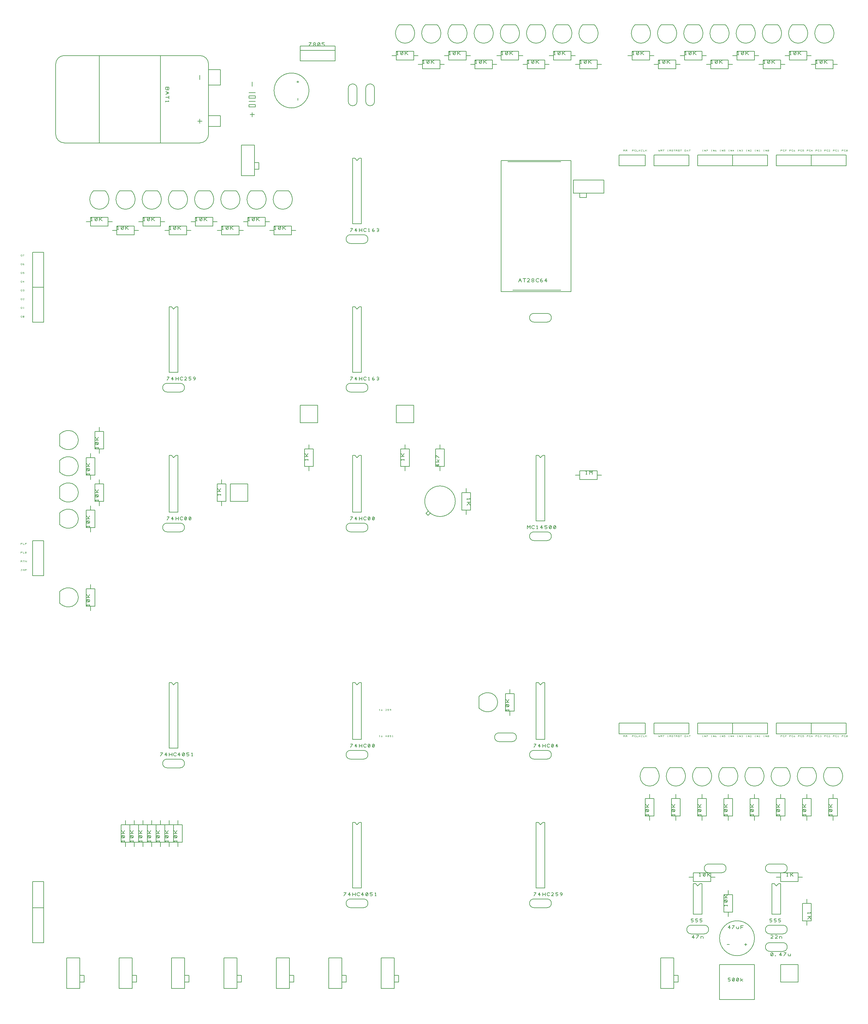
<source format=gbr>
G04 DesignSpark PCB Gerber Version 10.0 Build 5299*
%FSLAX35Y35*%
%MOIN*%
%ADD16C,0.00100*%
%ADD17C,0.00500*%
%ADD92C,0.00512*%
%ADD90C,0.00591*%
%ADD91C,0.00787*%
X0Y0D02*
D02*
D16*
X250Y501031D02*
X406Y500875D01*
X719Y500719D01*
X1031Y500875D01*
X1187Y501031D01*
Y502594D01*
X1500D01*
X1187D02*
X563D01*
X2750Y500719D02*
Y502594D01*
X3531Y501656D01*
X4313Y502594D01*
Y500719D01*
X5250D02*
Y502594D01*
X6344D01*
X6656Y502437D01*
X6813Y502125D01*
X6656Y501813D01*
X6344Y501656D01*
X5250D01*
X250Y510719D02*
Y512594D01*
X1344D01*
X1656Y512437D01*
X1813Y512125D01*
X1656Y511813D01*
X1344Y511656D01*
X250D01*
X1344D02*
X1813Y510719D01*
X3531D02*
Y512594D01*
X2750D02*
X4313D01*
X5250Y510719D02*
Y512594D01*
X6813Y510719D01*
Y512594D01*
X250Y520719D02*
Y522594D01*
X1813D01*
X1500Y521656D02*
X250D01*
X2750Y522594D02*
Y520719D01*
X4313D01*
X5406Y520875D02*
X5719Y520719D01*
X6031D01*
X6344Y520875D01*
X6500Y521187D01*
Y522125D01*
X6344Y522437D01*
X6031Y522594D01*
X5719D01*
X5406Y522437D01*
X5250Y522125D01*
Y521187D01*
X5406Y520875D01*
X6344Y522437D01*
X250Y530719D02*
Y532594D01*
X1813D01*
X1500Y531656D02*
X250D01*
X2750Y532594D02*
Y530719D01*
X4313D01*
X5250D02*
Y532594D01*
X6813D01*
X6500Y531656D02*
X5250D01*
X250Y791344D02*
Y791969D01*
X406Y792281D01*
X563Y792437D01*
X875Y792594D01*
X1187D01*
X1500Y792437D01*
X1656Y792281D01*
X1813Y791969D01*
Y791344D01*
X1656Y791031D01*
X1500Y790875D01*
X1187Y790719D01*
X875D01*
X563Y790875D01*
X406Y791031D01*
X250Y791344D01*
X2906Y790875D02*
X3219Y790719D01*
X3531D01*
X3844Y790875D01*
X4000Y791187D01*
Y792125D01*
X3844Y792437D01*
X3531Y792594D01*
X3219D01*
X2906Y792437D01*
X2750Y792125D01*
Y791187D01*
X2906Y790875D01*
X3844Y792437D01*
X250Y801344D02*
Y801969D01*
X406Y802281D01*
X563Y802437D01*
X875Y802594D01*
X1187D01*
X1500Y802437D01*
X1656Y802281D01*
X1813Y801969D01*
Y801344D01*
X1656Y801031D01*
X1500Y800875D01*
X1187Y800719D01*
X875D01*
X563Y800875D01*
X406Y801031D01*
X250Y801344D01*
X3063Y800719D02*
X3687D01*
X3375D02*
Y802594D01*
X3063Y802281D01*
X250Y811344D02*
Y811969D01*
X406Y812281D01*
X563Y812437D01*
X875Y812594D01*
X1187D01*
X1500Y812437D01*
X1656Y812281D01*
X1813Y811969D01*
Y811344D01*
X1656Y811031D01*
X1500Y810875D01*
X1187Y810719D01*
X875D01*
X563Y810875D01*
X406Y811031D01*
X250Y811344D01*
X4000Y810719D02*
X2750D01*
X3844Y811813D01*
X4000Y812125D01*
X3844Y812437D01*
X3531Y812594D01*
X3063D01*
X2750Y812437D01*
X250Y821344D02*
Y821969D01*
X406Y822281D01*
X563Y822437D01*
X875Y822594D01*
X1187D01*
X1500Y822437D01*
X1656Y822281D01*
X1813Y821969D01*
Y821344D01*
X1656Y821031D01*
X1500Y820875D01*
X1187Y820719D01*
X875D01*
X563Y820875D01*
X406Y821031D01*
X250Y821344D01*
X2906Y820875D02*
X3219Y820719D01*
X3531D01*
X3844Y820875D01*
X4000Y821187D01*
X3844Y821500D01*
X3531Y821656D01*
X3219D01*
X3531D02*
X3844Y821813D01*
X4000Y822125D01*
X3844Y822437D01*
X3531Y822594D01*
X3219D01*
X2906Y822437D01*
X250Y831344D02*
Y831969D01*
X406Y832281D01*
X563Y832437D01*
X875Y832594D01*
X1187D01*
X1500Y832437D01*
X1656Y832281D01*
X1813Y831969D01*
Y831344D01*
X1656Y831031D01*
X1500Y830875D01*
X1187Y830719D01*
X875D01*
X563Y830875D01*
X406Y831031D01*
X250Y831344D01*
X3531Y830719D02*
Y832594D01*
X2750Y831344D01*
X4000D01*
X250Y841344D02*
Y841969D01*
X406Y842281D01*
X563Y842437D01*
X875Y842594D01*
X1187D01*
X1500Y842437D01*
X1656Y842281D01*
X1813Y841969D01*
Y841344D01*
X1656Y841031D01*
X1500Y840875D01*
X1187Y840719D01*
X875D01*
X563Y840875D01*
X406Y841031D01*
X250Y841344D01*
X2750Y840875D02*
X3063Y840719D01*
X3531D01*
X3844Y840875D01*
X4000Y841187D01*
Y841344D01*
X3844Y841656D01*
X3531Y841813D01*
X2750D01*
Y842594D01*
X4000D01*
X250Y851344D02*
Y851969D01*
X406Y852281D01*
X563Y852437D01*
X875Y852594D01*
X1187D01*
X1500Y852437D01*
X1656Y852281D01*
X1813Y851969D01*
Y851344D01*
X1656Y851031D01*
X1500Y850875D01*
X1187Y850719D01*
X875D01*
X563Y850875D01*
X406Y851031D01*
X250Y851344D01*
X2750Y851187D02*
X2906Y851500D01*
X3219Y851656D01*
X3531D01*
X3844Y851500D01*
X4000Y851187D01*
X3844Y850875D01*
X3531Y850719D01*
X3219D01*
X2906Y850875D01*
X2750Y851187D01*
Y851656D01*
X2906Y852125D01*
X3219Y852437D01*
X3531Y852594D01*
X250Y861344D02*
Y861969D01*
X406Y862281D01*
X563Y862437D01*
X875Y862594D01*
X1187D01*
X1500Y862437D01*
X1656Y862281D01*
X1813Y861969D01*
Y861344D01*
X1656Y861031D01*
X1500Y860875D01*
X1187Y860719D01*
X875D01*
X563Y860875D01*
X406Y861031D01*
X250Y861344D01*
X2750Y860719D02*
X4000Y862594D01*
X2750D01*
X410510Y311969D02*
X411240D01*
X410875Y312281D02*
Y310875D01*
X411031Y310719D01*
X411187D01*
X411344Y310875D01*
X412750Y311187D02*
X412906Y310875D01*
X413219Y310719D01*
X413531D01*
X413844Y310875D01*
X414000Y311187D01*
Y311500D01*
X413844Y311813D01*
X413531Y311969D01*
X413219D01*
X412906Y311813D01*
X412750Y311500D01*
Y311187D01*
X418531Y310719D02*
Y312594D01*
X417750Y311344D01*
X419000D01*
X420406Y310875D02*
X420719Y310719D01*
X421031D01*
X421344Y310875D01*
X421500Y311187D01*
Y312125D01*
X421344Y312437D01*
X421031Y312594D01*
X420719D01*
X420406Y312437D01*
X420250Y312125D01*
Y311187D01*
X420406Y310875D01*
X421344Y312437D01*
X422750Y310875D02*
X423063Y310719D01*
X423531D01*
X423844Y310875D01*
X424000Y311187D01*
Y311344D01*
X423844Y311656D01*
X423531Y311813D01*
X422750D01*
Y312594D01*
X424000D01*
X425563Y310719D02*
X426187D01*
X425875D02*
Y312594D01*
X425563Y312281D01*
X410510Y341969D02*
X411240D01*
X410875Y342281D02*
Y340875D01*
X411031Y340719D01*
X411187D01*
X411344Y340875D01*
X412750Y341187D02*
X412906Y340875D01*
X413219Y340719D01*
X413531D01*
X413844Y340875D01*
X414000Y341187D01*
Y341500D01*
X413844Y341813D01*
X413531Y341969D01*
X413219D01*
X412906Y341813D01*
X412750Y341500D01*
Y341187D01*
X419000Y340719D02*
X417750D01*
X418844Y341813D01*
X419000Y342125D01*
X418844Y342437D01*
X418531Y342594D01*
X418063D01*
X417750Y342437D01*
X420250Y340875D02*
X420563Y340719D01*
X421031D01*
X421344Y340875D01*
X421500Y341187D01*
Y341344D01*
X421344Y341656D01*
X421031Y341813D01*
X420250D01*
Y342594D01*
X421500D01*
X423219Y340719D02*
X423531Y340875D01*
X423844Y341187D01*
X424000Y341656D01*
Y342125D01*
X423844Y342437D01*
X423531Y342594D01*
X423219D01*
X422906Y342437D01*
X422750Y342125D01*
X422906Y341813D01*
X423219Y341656D01*
X423531D01*
X423844Y341813D01*
X424000Y342125D01*
X690250Y310719D02*
Y312594D01*
X691344D01*
X691656Y312437D01*
X691813Y312125D01*
X691656Y311813D01*
X691344Y311656D01*
X690250D01*
X691344D02*
X691813Y310719D01*
X692750D02*
Y312594D01*
X693844D01*
X694156Y312437D01*
X694313Y312125D01*
X694156Y311813D01*
X693844Y311656D01*
X692750D01*
X693844D02*
X694313Y310719D01*
X690250Y980719D02*
Y982594D01*
X691344D01*
X691656Y982437D01*
X691813Y982125D01*
X691656Y981813D01*
X691344Y981656D01*
X690250D01*
X691344D02*
X691813Y980719D01*
X692750D02*
Y982594D01*
X693844D01*
X694156Y982437D01*
X694313Y982125D01*
X694156Y981813D01*
X693844Y981656D01*
X692750D01*
X693844D02*
X694313Y980719D01*
X700250Y310719D02*
Y312594D01*
X701344D01*
X701656Y312437D01*
X701813Y312125D01*
X701656Y311813D01*
X701344Y311656D01*
X700250D01*
X704313Y311031D02*
X704156Y310875D01*
X703844Y310719D01*
X703375D01*
X703063Y310875D01*
X702906Y311031D01*
X702750Y311344D01*
Y311969D01*
X702906Y312281D01*
X703063Y312437D01*
X703375Y312594D01*
X703844D01*
X704156Y312437D01*
X704313Y312281D01*
X705250Y312594D02*
Y310719D01*
X706813D01*
X707750D02*
Y312594D01*
Y311656D02*
X708219D01*
X709313Y312594D01*
X708219Y311656D02*
X709313Y310719D01*
X700250Y980719D02*
Y982594D01*
X701344D01*
X701656Y982437D01*
X701813Y982125D01*
X701656Y981813D01*
X701344Y981656D01*
X700250D01*
X704313Y981031D02*
X704156Y980875D01*
X703844Y980719D01*
X703375D01*
X703063Y980875D01*
X702906Y981031D01*
X702750Y981344D01*
Y981969D01*
X702906Y982281D01*
X703063Y982437D01*
X703375Y982594D01*
X703844D01*
X704156Y982437D01*
X704313Y982281D01*
X705250Y982594D02*
Y980719D01*
X706813D01*
X707750D02*
Y982594D01*
Y981656D02*
X708219D01*
X709313Y982594D01*
X708219Y981656D02*
X709313Y980719D01*
X711813Y311031D02*
X711656Y310875D01*
X711344Y310719D01*
X710875D01*
X710563Y310875D01*
X710406Y311031D01*
X710250Y311344D01*
Y311969D01*
X710406Y312281D01*
X710563Y312437D01*
X710875Y312594D01*
X711344D01*
X711656Y312437D01*
X711813Y312281D01*
X712750Y312594D02*
Y310719D01*
X714313D01*
X715250D02*
Y312594D01*
Y311656D02*
X715719D01*
X716813Y312594D01*
X715719Y311656D02*
X716813Y310719D01*
X711813Y981031D02*
X711656Y980875D01*
X711344Y980719D01*
X710875D01*
X710563Y980875D01*
X710406Y981031D01*
X710250Y981344D01*
Y981969D01*
X710406Y982281D01*
X710563Y982437D01*
X710875Y982594D01*
X711344D01*
X711656Y982437D01*
X711813Y982281D01*
X712750Y982594D02*
Y980719D01*
X714313D01*
X715250D02*
Y982594D01*
Y981656D02*
X715719D01*
X716813Y982594D01*
X715719Y981656D02*
X716813Y980719D01*
X730250Y312594D02*
X730406Y310719D01*
X731031Y311656D01*
X731656Y310719D01*
X731813Y312594D01*
X732750Y310719D02*
Y312594D01*
X733844D01*
X734156Y312437D01*
X734313Y312125D01*
X734156Y311813D01*
X733844Y311656D01*
X732750D01*
X733844D02*
X734313Y310719D01*
X736031D02*
Y312594D01*
X735250D02*
X736813D01*
X730250Y982594D02*
X730406Y980719D01*
X731031Y981656D01*
X731656Y980719D01*
X731813Y982594D01*
X732750Y980719D02*
Y982594D01*
X733844D01*
X734156Y982437D01*
X734313Y982125D01*
X734156Y981813D01*
X733844Y981656D01*
X732750D01*
X733844D02*
X734313Y980719D01*
X736031D02*
Y982594D01*
X735250D02*
X736813D01*
X740719Y310719D02*
X741344D01*
X741031D02*
Y312594D01*
X740719D02*
X741344D01*
X742750Y310719D02*
Y312594D01*
X743844D01*
X744156Y312437D01*
X744313Y312125D01*
X744156Y311813D01*
X743844Y311656D01*
X742750D01*
X743844D02*
X744313Y310719D01*
X745250Y311187D02*
X745406Y310875D01*
X745719Y310719D01*
X746344D01*
X746656Y310875D01*
X746813Y311187D01*
X746656Y311500D01*
X746344Y311656D01*
X745719D01*
X745406Y311813D01*
X745250Y312125D01*
X745406Y312437D01*
X745719Y312594D01*
X746344D01*
X746656Y312437D01*
X746813Y312125D01*
X748531Y310719D02*
Y312594D01*
X747750D02*
X749313D01*
X740719Y980719D02*
X741344D01*
X741031D02*
Y982594D01*
X740719D02*
X741344D01*
X742750Y980719D02*
Y982594D01*
X743844D01*
X744156Y982437D01*
X744313Y982125D01*
X744156Y981813D01*
X743844Y981656D01*
X742750D01*
X743844D02*
X744313Y980719D01*
X745250Y981187D02*
X745406Y980875D01*
X745719Y980719D01*
X746344D01*
X746656Y980875D01*
X746813Y981187D01*
X746656Y981500D01*
X746344Y981656D01*
X745719D01*
X745406Y981813D01*
X745250Y982125D01*
X745406Y982437D01*
X745719Y982594D01*
X746344D01*
X746656Y982437D01*
X746813Y982125D01*
X748531Y980719D02*
Y982594D01*
X747750D02*
X749313D01*
X750250Y310719D02*
Y312594D01*
X751344D01*
X751656Y312437D01*
X751813Y312125D01*
X751656Y311813D01*
X751344Y311656D01*
X750250D01*
X751344D02*
X751813Y310719D01*
X752750Y311187D02*
X752906Y310875D01*
X753219Y310719D01*
X753844D01*
X754156Y310875D01*
X754313Y311187D01*
X754156Y311500D01*
X753844Y311656D01*
X753219D01*
X752906Y311813D01*
X752750Y312125D01*
X752906Y312437D01*
X753219Y312594D01*
X753844D01*
X754156Y312437D01*
X754313Y312125D01*
X756031Y310719D02*
Y312594D01*
X755250D02*
X756813D01*
X750250Y980719D02*
Y982594D01*
X751344D01*
X751656Y982437D01*
X751813Y982125D01*
X751656Y981813D01*
X751344Y981656D01*
X750250D01*
X751344D02*
X751813Y980719D01*
X752750Y981187D02*
X752906Y980875D01*
X753219Y980719D01*
X753844D01*
X754156Y980875D01*
X754313Y981187D01*
X754156Y981500D01*
X753844Y981656D01*
X753219D01*
X752906Y981813D01*
X752750Y982125D01*
X752906Y982437D01*
X753219Y982594D01*
X753844D01*
X754156Y982437D01*
X754313Y982125D01*
X756031Y980719D02*
Y982594D01*
X755250D02*
X756813D01*
X760250Y310719D02*
Y312594D01*
X761187D01*
X761500Y312437D01*
X761656Y312281D01*
X761813Y311969D01*
Y311344D01*
X761656Y311031D01*
X761500Y310875D01*
X761187Y310719D01*
X760250D01*
X762750D02*
X763531Y312594D01*
X764313Y310719D01*
X763063Y311500D02*
X764000D01*
X766031Y310719D02*
Y312594D01*
X765250D02*
X766813D01*
X760250Y980719D02*
Y982594D01*
X761187D01*
X761500Y982437D01*
X761656Y982281D01*
X761813Y981969D01*
Y981344D01*
X761656Y981031D01*
X761500Y980875D01*
X761187Y980719D01*
X760250D01*
X762750D02*
X763531Y982594D01*
X764313Y980719D01*
X763063Y981500D02*
X764000D01*
X766031Y980719D02*
Y982594D01*
X765250D02*
X766813D01*
X780719Y310719D02*
X781344D01*
X781031D02*
Y312594D01*
X780719D02*
X781344D01*
X782750Y310719D02*
Y312594D01*
X784313Y310719D01*
Y312594D01*
X785250Y310719D02*
X786500Y312594D01*
X785250D01*
X780719Y980719D02*
X781344D01*
X781031D02*
Y982594D01*
X780719D02*
X781344D01*
X782750Y980719D02*
Y982594D01*
X784313Y980719D01*
Y982594D01*
X785250Y980719D02*
X786500Y982594D01*
X785250D01*
X790719Y310719D02*
X791344D01*
X791031D02*
Y312594D01*
X790719D02*
X791344D01*
X792750Y310719D02*
Y312594D01*
X794313Y310719D01*
Y312594D01*
X795250Y311187D02*
X795406Y311500D01*
X795719Y311656D01*
X796031D01*
X796344Y311500D01*
X796500Y311187D01*
X796344Y310875D01*
X796031Y310719D01*
X795719D01*
X795406Y310875D01*
X795250Y311187D01*
Y311656D01*
X795406Y312125D01*
X795719Y312437D01*
X796031Y312594D01*
X790719Y980719D02*
X791344D01*
X791031D02*
Y982594D01*
X790719D02*
X791344D01*
X792750Y980719D02*
Y982594D01*
X794313Y980719D01*
Y982594D01*
X795250Y981187D02*
X795406Y981500D01*
X795719Y981656D01*
X796031D01*
X796344Y981500D01*
X796500Y981187D01*
X796344Y980875D01*
X796031Y980719D01*
X795719D01*
X795406Y980875D01*
X795250Y981187D01*
Y981656D01*
X795406Y982125D01*
X795719Y982437D01*
X796031Y982594D01*
X800719Y310719D02*
X801344D01*
X801031D02*
Y312594D01*
X800719D02*
X801344D01*
X802750Y310719D02*
Y312594D01*
X804313Y310719D01*
Y312594D01*
X805250Y310875D02*
X805563Y310719D01*
X806031D01*
X806344Y310875D01*
X806500Y311187D01*
Y311344D01*
X806344Y311656D01*
X806031Y311813D01*
X805250D01*
Y312594D01*
X806500D01*
X800719Y980719D02*
X801344D01*
X801031D02*
Y982594D01*
X800719D02*
X801344D01*
X802750Y980719D02*
Y982594D01*
X804313Y980719D01*
Y982594D01*
X805250Y980875D02*
X805563Y980719D01*
X806031D01*
X806344Y980875D01*
X806500Y981187D01*
Y981344D01*
X806344Y981656D01*
X806031Y981813D01*
X805250D01*
Y982594D01*
X806500D01*
X810719Y310719D02*
X811344D01*
X811031D02*
Y312594D01*
X810719D02*
X811344D01*
X812750Y310719D02*
Y312594D01*
X814313Y310719D01*
Y312594D01*
X816031Y310719D02*
Y312594D01*
X815250Y311344D01*
X816500D01*
X810719Y980719D02*
X811344D01*
X811031D02*
Y982594D01*
X810719D02*
X811344D01*
X812750Y980719D02*
Y982594D01*
X814313Y980719D01*
Y982594D01*
X816031Y980719D02*
Y982594D01*
X815250Y981344D01*
X816500D01*
X820719Y310719D02*
X821344D01*
X821031D02*
Y312594D01*
X820719D02*
X821344D01*
X822750Y310719D02*
Y312594D01*
X824313Y310719D01*
Y312594D01*
X825406Y310875D02*
X825719Y310719D01*
X826031D01*
X826344Y310875D01*
X826500Y311187D01*
X826344Y311500D01*
X826031Y311656D01*
X825719D01*
X826031D02*
X826344Y311813D01*
X826500Y312125D01*
X826344Y312437D01*
X826031Y312594D01*
X825719D01*
X825406Y312437D01*
X820719Y980719D02*
X821344D01*
X821031D02*
Y982594D01*
X820719D02*
X821344D01*
X822750Y980719D02*
Y982594D01*
X824313Y980719D01*
Y982594D01*
X825406Y980875D02*
X825719Y980719D01*
X826031D01*
X826344Y980875D01*
X826500Y981187D01*
X826344Y981500D01*
X826031Y981656D01*
X825719D01*
X826031D02*
X826344Y981813D01*
X826500Y982125D01*
X826344Y982437D01*
X826031Y982594D01*
X825719D01*
X825406Y982437D01*
X830719Y310719D02*
X831344D01*
X831031D02*
Y312594D01*
X830719D02*
X831344D01*
X832750Y310719D02*
Y312594D01*
X834313Y310719D01*
Y312594D01*
X836500Y310719D02*
X835250D01*
X836344Y311813D01*
X836500Y312125D01*
X836344Y312437D01*
X836031Y312594D01*
X835563D01*
X835250Y312437D01*
X830719Y980719D02*
X831344D01*
X831031D02*
Y982594D01*
X830719D02*
X831344D01*
X832750Y980719D02*
Y982594D01*
X834313Y980719D01*
Y982594D01*
X836500Y980719D02*
X835250D01*
X836344Y981813D01*
X836500Y982125D01*
X836344Y982437D01*
X836031Y982594D01*
X835563D01*
X835250Y982437D01*
X840719Y310719D02*
X841344D01*
X841031D02*
Y312594D01*
X840719D02*
X841344D01*
X842750Y310719D02*
Y312594D01*
X844313Y310719D01*
Y312594D01*
X845563Y310719D02*
X846187D01*
X845875D02*
Y312594D01*
X845563Y312281D01*
X840719Y980719D02*
X841344D01*
X841031D02*
Y982594D01*
X840719D02*
X841344D01*
X842750Y980719D02*
Y982594D01*
X844313Y980719D01*
Y982594D01*
X845563Y980719D02*
X846187D01*
X845875D02*
Y982594D01*
X845563Y982281D01*
X850719Y310719D02*
X851344D01*
X851031D02*
Y312594D01*
X850719D02*
X851344D01*
X852750Y310719D02*
Y312594D01*
X854313Y310719D01*
Y312594D01*
X855406Y310875D02*
X855719Y310719D01*
X856031D01*
X856344Y310875D01*
X856500Y311187D01*
Y312125D01*
X856344Y312437D01*
X856031Y312594D01*
X855719D01*
X855406Y312437D01*
X855250Y312125D01*
Y311187D01*
X855406Y310875D01*
X856344Y312437D01*
X850719Y980719D02*
X851344D01*
X851031D02*
Y982594D01*
X850719D02*
X851344D01*
X852750Y980719D02*
Y982594D01*
X854313Y980719D01*
Y982594D01*
X855406Y980875D02*
X855719Y980719D01*
X856031D01*
X856344Y980875D01*
X856500Y981187D01*
Y982125D01*
X856344Y982437D01*
X856031Y982594D01*
X855719D01*
X855406Y982437D01*
X855250Y982125D01*
Y981187D01*
X855406Y980875D01*
X856344Y982437D01*
X870250Y310719D02*
Y312594D01*
X871344D01*
X871656Y312437D01*
X871813Y312125D01*
X871656Y311813D01*
X871344Y311656D01*
X870250D01*
X874313Y311031D02*
X874156Y310875D01*
X873844Y310719D01*
X873375D01*
X873063Y310875D01*
X872906Y311031D01*
X872750Y311344D01*
Y311969D01*
X872906Y312281D01*
X873063Y312437D01*
X873375Y312594D01*
X873844D01*
X874156Y312437D01*
X874313Y312281D01*
X875250Y310719D02*
X876500Y312594D01*
X875250D01*
X870250Y980719D02*
Y982594D01*
X871344D01*
X871656Y982437D01*
X871813Y982125D01*
X871656Y981813D01*
X871344Y981656D01*
X870250D01*
X874313Y981031D02*
X874156Y980875D01*
X873844Y980719D01*
X873375D01*
X873063Y980875D01*
X872906Y981031D01*
X872750Y981344D01*
Y981969D01*
X872906Y982281D01*
X873063Y982437D01*
X873375Y982594D01*
X873844D01*
X874156Y982437D01*
X874313Y982281D01*
X875250Y980719D02*
X876500Y982594D01*
X875250D01*
X880250Y310719D02*
Y312594D01*
X881344D01*
X881656Y312437D01*
X881813Y312125D01*
X881656Y311813D01*
X881344Y311656D01*
X880250D01*
X884313Y311031D02*
X884156Y310875D01*
X883844Y310719D01*
X883375D01*
X883063Y310875D01*
X882906Y311031D01*
X882750Y311344D01*
Y311969D01*
X882906Y312281D01*
X883063Y312437D01*
X883375Y312594D01*
X883844D01*
X884156Y312437D01*
X884313Y312281D01*
X885250Y311187D02*
X885406Y311500D01*
X885719Y311656D01*
X886031D01*
X886344Y311500D01*
X886500Y311187D01*
X886344Y310875D01*
X886031Y310719D01*
X885719D01*
X885406Y310875D01*
X885250Y311187D01*
Y311656D01*
X885406Y312125D01*
X885719Y312437D01*
X886031Y312594D01*
X880250Y980719D02*
Y982594D01*
X881344D01*
X881656Y982437D01*
X881813Y982125D01*
X881656Y981813D01*
X881344Y981656D01*
X880250D01*
X884313Y981031D02*
X884156Y980875D01*
X883844Y980719D01*
X883375D01*
X883063Y980875D01*
X882906Y981031D01*
X882750Y981344D01*
Y981969D01*
X882906Y982281D01*
X883063Y982437D01*
X883375Y982594D01*
X883844D01*
X884156Y982437D01*
X884313Y982281D01*
X885250Y981187D02*
X885406Y981500D01*
X885719Y981656D01*
X886031D01*
X886344Y981500D01*
X886500Y981187D01*
X886344Y980875D01*
X886031Y980719D01*
X885719D01*
X885406Y980875D01*
X885250Y981187D01*
Y981656D01*
X885406Y982125D01*
X885719Y982437D01*
X886031Y982594D01*
X890250Y310719D02*
Y312594D01*
X891344D01*
X891656Y312437D01*
X891813Y312125D01*
X891656Y311813D01*
X891344Y311656D01*
X890250D01*
X894313Y311031D02*
X894156Y310875D01*
X893844Y310719D01*
X893375D01*
X893063Y310875D01*
X892906Y311031D01*
X892750Y311344D01*
Y311969D01*
X892906Y312281D01*
X893063Y312437D01*
X893375Y312594D01*
X893844D01*
X894156Y312437D01*
X894313Y312281D01*
X895250Y310875D02*
X895563Y310719D01*
X896031D01*
X896344Y310875D01*
X896500Y311187D01*
Y311344D01*
X896344Y311656D01*
X896031Y311813D01*
X895250D01*
Y312594D01*
X896500D01*
X890250Y980719D02*
Y982594D01*
X891344D01*
X891656Y982437D01*
X891813Y982125D01*
X891656Y981813D01*
X891344Y981656D01*
X890250D01*
X894313Y981031D02*
X894156Y980875D01*
X893844Y980719D01*
X893375D01*
X893063Y980875D01*
X892906Y981031D01*
X892750Y981344D01*
Y981969D01*
X892906Y982281D01*
X893063Y982437D01*
X893375Y982594D01*
X893844D01*
X894156Y982437D01*
X894313Y982281D01*
X895250Y980875D02*
X895563Y980719D01*
X896031D01*
X896344Y980875D01*
X896500Y981187D01*
Y981344D01*
X896344Y981656D01*
X896031Y981813D01*
X895250D01*
Y982594D01*
X896500D01*
X900250Y310719D02*
Y312594D01*
X901344D01*
X901656Y312437D01*
X901813Y312125D01*
X901656Y311813D01*
X901344Y311656D01*
X900250D01*
X904313Y311031D02*
X904156Y310875D01*
X903844Y310719D01*
X903375D01*
X903063Y310875D01*
X902906Y311031D01*
X902750Y311344D01*
Y311969D01*
X902906Y312281D01*
X903063Y312437D01*
X903375Y312594D01*
X903844D01*
X904156Y312437D01*
X904313Y312281D01*
X906031Y310719D02*
Y312594D01*
X905250Y311344D01*
X906500D01*
X900250Y980719D02*
Y982594D01*
X901344D01*
X901656Y982437D01*
X901813Y982125D01*
X901656Y981813D01*
X901344Y981656D01*
X900250D01*
X904313Y981031D02*
X904156Y980875D01*
X903844Y980719D01*
X903375D01*
X903063Y980875D01*
X902906Y981031D01*
X902750Y981344D01*
Y981969D01*
X902906Y982281D01*
X903063Y982437D01*
X903375Y982594D01*
X903844D01*
X904156Y982437D01*
X904313Y982281D01*
X906031Y980719D02*
Y982594D01*
X905250Y981344D01*
X906500D01*
X910250Y310719D02*
Y312594D01*
X911344D01*
X911656Y312437D01*
X911813Y312125D01*
X911656Y311813D01*
X911344Y311656D01*
X910250D01*
X914313Y311031D02*
X914156Y310875D01*
X913844Y310719D01*
X913375D01*
X913063Y310875D01*
X912906Y311031D01*
X912750Y311344D01*
Y311969D01*
X912906Y312281D01*
X913063Y312437D01*
X913375Y312594D01*
X913844D01*
X914156Y312437D01*
X914313Y312281D01*
X915406Y310875D02*
X915719Y310719D01*
X916031D01*
X916344Y310875D01*
X916500Y311187D01*
X916344Y311500D01*
X916031Y311656D01*
X915719D01*
X916031D02*
X916344Y311813D01*
X916500Y312125D01*
X916344Y312437D01*
X916031Y312594D01*
X915719D01*
X915406Y312437D01*
X910250Y980719D02*
Y982594D01*
X911344D01*
X911656Y982437D01*
X911813Y982125D01*
X911656Y981813D01*
X911344Y981656D01*
X910250D01*
X914313Y981031D02*
X914156Y980875D01*
X913844Y980719D01*
X913375D01*
X913063Y980875D01*
X912906Y981031D01*
X912750Y981344D01*
Y981969D01*
X912906Y982281D01*
X913063Y982437D01*
X913375Y982594D01*
X913844D01*
X914156Y982437D01*
X914313Y982281D01*
X915406Y980875D02*
X915719Y980719D01*
X916031D01*
X916344Y980875D01*
X916500Y981187D01*
X916344Y981500D01*
X916031Y981656D01*
X915719D01*
X916031D02*
X916344Y981813D01*
X916500Y982125D01*
X916344Y982437D01*
X916031Y982594D01*
X915719D01*
X915406Y982437D01*
X920250Y310719D02*
Y312594D01*
X921344D01*
X921656Y312437D01*
X921813Y312125D01*
X921656Y311813D01*
X921344Y311656D01*
X920250D01*
X924313Y311031D02*
X924156Y310875D01*
X923844Y310719D01*
X923375D01*
X923063Y310875D01*
X922906Y311031D01*
X922750Y311344D01*
Y311969D01*
X922906Y312281D01*
X923063Y312437D01*
X923375Y312594D01*
X923844D01*
X924156Y312437D01*
X924313Y312281D01*
X926500Y310719D02*
X925250D01*
X926344Y311813D01*
X926500Y312125D01*
X926344Y312437D01*
X926031Y312594D01*
X925563D01*
X925250Y312437D01*
X920250Y980719D02*
Y982594D01*
X921344D01*
X921656Y982437D01*
X921813Y982125D01*
X921656Y981813D01*
X921344Y981656D01*
X920250D01*
X924313Y981031D02*
X924156Y980875D01*
X923844Y980719D01*
X923375D01*
X923063Y980875D01*
X922906Y981031D01*
X922750Y981344D01*
Y981969D01*
X922906Y982281D01*
X923063Y982437D01*
X923375Y982594D01*
X923844D01*
X924156Y982437D01*
X924313Y982281D01*
X926500Y980719D02*
X925250D01*
X926344Y981813D01*
X926500Y982125D01*
X926344Y982437D01*
X926031Y982594D01*
X925563D01*
X925250Y982437D01*
X930250Y310719D02*
Y312594D01*
X931344D01*
X931656Y312437D01*
X931813Y312125D01*
X931656Y311813D01*
X931344Y311656D01*
X930250D01*
X934313Y311031D02*
X934156Y310875D01*
X933844Y310719D01*
X933375D01*
X933063Y310875D01*
X932906Y311031D01*
X932750Y311344D01*
Y311969D01*
X932906Y312281D01*
X933063Y312437D01*
X933375Y312594D01*
X933844D01*
X934156Y312437D01*
X934313Y312281D01*
X935563Y310719D02*
X936187D01*
X935875D02*
Y312594D01*
X935563Y312281D01*
X930250Y980719D02*
Y982594D01*
X931344D01*
X931656Y982437D01*
X931813Y982125D01*
X931656Y981813D01*
X931344Y981656D01*
X930250D01*
X934313Y981031D02*
X934156Y980875D01*
X933844Y980719D01*
X933375D01*
X933063Y980875D01*
X932906Y981031D01*
X932750Y981344D01*
Y981969D01*
X932906Y982281D01*
X933063Y982437D01*
X933375Y982594D01*
X933844D01*
X934156Y982437D01*
X934313Y982281D01*
X935563Y980719D02*
X936187D01*
X935875D02*
Y982594D01*
X935563Y982281D01*
X940250Y310719D02*
Y312594D01*
X941344D01*
X941656Y312437D01*
X941813Y312125D01*
X941656Y311813D01*
X941344Y311656D01*
X940250D01*
X944313Y311031D02*
X944156Y310875D01*
X943844Y310719D01*
X943375D01*
X943063Y310875D01*
X942906Y311031D01*
X942750Y311344D01*
Y311969D01*
X942906Y312281D01*
X943063Y312437D01*
X943375Y312594D01*
X943844D01*
X944156Y312437D01*
X944313Y312281D01*
X945406Y310875D02*
X945719Y310719D01*
X946031D01*
X946344Y310875D01*
X946500Y311187D01*
Y312125D01*
X946344Y312437D01*
X946031Y312594D01*
X945719D01*
X945406Y312437D01*
X945250Y312125D01*
Y311187D01*
X945406Y310875D01*
X946344Y312437D01*
X940250Y980719D02*
Y982594D01*
X941344D01*
X941656Y982437D01*
X941813Y982125D01*
X941656Y981813D01*
X941344Y981656D01*
X940250D01*
X944313Y981031D02*
X944156Y980875D01*
X943844Y980719D01*
X943375D01*
X943063Y980875D01*
X942906Y981031D01*
X942750Y981344D01*
Y981969D01*
X942906Y982281D01*
X943063Y982437D01*
X943375Y982594D01*
X943844D01*
X944156Y982437D01*
X944313Y982281D01*
X945406Y980875D02*
X945719Y980719D01*
X946031D01*
X946344Y980875D01*
X946500Y981187D01*
Y982125D01*
X946344Y982437D01*
X946031Y982594D01*
X945719D01*
X945406Y982437D01*
X945250Y982125D01*
Y981187D01*
X945406Y980875D01*
X946344Y982437D01*
D02*
D17*
X14000Y75250D02*
Y115250D01*
X26500D01*
Y75250D01*
X14000D01*
Y495250D02*
Y535250D01*
X26500D01*
Y495250D01*
X14000D01*
Y785250D02*
Y825250D01*
X26500D01*
Y785250D01*
X14000D01*
Y825250D02*
Y865250D01*
X26500D01*
Y825250D01*
X14000D01*
X26500Y145250D02*
Y115250D01*
X14000D01*
Y145250D01*
X26500D01*
X40250Y1080250D02*
Y1000250D01*
G75*
G03*
X50250Y990250I10000J0D01*
G01*
X205250D01*
G75*
G03*
X215250Y1000250I0J10000D01*
G01*
Y1080407D01*
G75*
G03*
X205407Y1090250I-9843J0D01*
G01*
X50250D01*
G75*
G03*
X40250Y1080250I0J-10000D01*
G01*
X55250Y459250D02*
G75*
G03*
X66250Y470250I0J11000D01*
G01*
G75*
G03*
X55250Y481250I-11000J0D01*
G01*
G75*
G03*
X44950Y476950I41J-14583D01*
G01*
Y463550D01*
G75*
G03*
X55250Y459250I10341J10283D01*
G01*
Y549250D02*
G75*
G03*
X66250Y560250I0J11000D01*
G01*
G75*
G03*
X55250Y571250I-11000J0D01*
G01*
G75*
G03*
X44950Y566950I41J-14583D01*
G01*
Y553550D01*
G75*
G03*
X55250Y549250I10341J10283D01*
G01*
Y579250D02*
G75*
G03*
X66250Y590250I0J11000D01*
G01*
G75*
G03*
X55250Y601250I-11000J0D01*
G01*
G75*
G03*
X44950Y596950I41J-14583D01*
G01*
Y583550D01*
G75*
G03*
X55250Y579250I10341J10283D01*
G01*
Y609250D02*
G75*
G03*
X66250Y620250I0J11000D01*
G01*
G75*
G03*
X55250Y631250I-11000J0D01*
G01*
G75*
G03*
X44950Y626950I41J-14583D01*
G01*
Y613550D01*
G75*
G03*
X55250Y609250I10341J10283D01*
G01*
Y639250D02*
G75*
G03*
X66250Y650250I0J11000D01*
G01*
G75*
G03*
X55250Y661250I-11000J0D01*
G01*
G75*
G03*
X44950Y656950I41J-14583D01*
G01*
Y643550D01*
G75*
G03*
X55250Y639250I10341J10283D01*
G01*
X67750Y22750D02*
Y57750D01*
X52750D01*
Y22750D01*
X67750D01*
X72750Y30250D02*
Y37750D01*
X67750D01*
Y30250D01*
X72750D01*
X75250Y900250D02*
X80250D01*
X79250Y925250D02*
G75*
G03*
X90250Y914250I11000J0D01*
G01*
G75*
G03*
X101250Y925250I0J11000D01*
G01*
G75*
G03*
X96950Y935550I-14583J-41D01*
G01*
X83550D01*
G75*
G03*
X79250Y925250I10283J-10341D01*
G01*
X80250Y455250D02*
Y460250D01*
X79313Y460875D02*
Y462125D01*
Y461500D02*
X75563D01*
X76187Y460875D01*
X79000Y465563D02*
X79313Y466187D01*
Y466813D01*
X79000Y467437D01*
X78375Y467750D01*
X76500D01*
X75875Y467437D01*
X75563Y466813D01*
Y466187D01*
X75875Y465563D01*
X76500Y465250D01*
X78375D01*
X79000Y465563D01*
X75875Y467437D01*
X79313Y470250D02*
X75563D01*
X77437D02*
Y471187D01*
X75563Y473375D01*
X77437Y471187D02*
X79313Y473375D01*
X80250Y480250D02*
Y485250D01*
Y545250D02*
Y550250D01*
X79313Y550875D02*
Y552125D01*
Y551500D02*
X75563D01*
X76187Y550875D01*
X79000Y555563D02*
X79313Y556187D01*
Y556813D01*
X79000Y557437D01*
X78375Y557750D01*
X76500D01*
X75875Y557437D01*
X75563Y556813D01*
Y556187D01*
X75875Y555563D01*
X76500Y555250D01*
X78375D01*
X79000Y555563D01*
X75875Y557437D01*
X79313Y560250D02*
X75563D01*
X77437D02*
Y561187D01*
X75563Y563375D01*
X77437Y561187D02*
X79313Y563375D01*
X80250Y570250D02*
Y575250D01*
Y605250D02*
Y610250D01*
X79313Y610875D02*
Y612125D01*
Y611500D02*
X75563D01*
X76187Y610875D01*
X79000Y615563D02*
X79313Y616187D01*
Y616813D01*
X79000Y617437D01*
X78375Y617750D01*
X76500D01*
X75875Y617437D01*
X75563Y616813D01*
Y616187D01*
X75875Y615563D01*
X76500Y615250D01*
X78375D01*
X79000Y615563D01*
X75875Y617437D01*
X79313Y620250D02*
X75563D01*
X77437D02*
Y621187D01*
X75563Y623375D01*
X77437Y621187D02*
X79313Y623375D01*
X80250Y630250D02*
Y635250D01*
Y895250D02*
Y905250D01*
X100250D01*
Y895250D01*
X80250D01*
X80875Y901187D02*
X82125D01*
X81500D02*
Y904937D01*
X80875Y904313D01*
X85563Y901500D02*
X86187Y901187D01*
X86813D01*
X87437Y901500D01*
X87750Y902125D01*
Y904000D01*
X87437Y904625D01*
X86813Y904937D01*
X86187D01*
X85563Y904625D01*
X85250Y904000D01*
Y902125D01*
X85563Y901500D01*
X87437Y904625D01*
X90250Y901187D02*
Y904937D01*
Y903063D02*
X91187D01*
X93375Y904937D01*
X91187Y903063D02*
X93375Y901187D01*
X85250Y460250D02*
X75250D01*
Y480250D01*
X85250D01*
Y460250D01*
Y550250D02*
X75250D01*
Y570250D01*
X85250D01*
Y550250D01*
Y610250D02*
X75250D01*
Y630250D01*
X85250D01*
Y610250D01*
X90250Y575250D02*
Y580250D01*
X89313Y580875D02*
Y582125D01*
Y581500D02*
X85563D01*
X86187Y580875D01*
X89000Y585563D02*
X89313Y586187D01*
Y586813D01*
X89000Y587437D01*
X88375Y587750D01*
X86500D01*
X85875Y587437D01*
X85563Y586813D01*
Y586187D01*
X85875Y585563D01*
X86500Y585250D01*
X88375D01*
X89000Y585563D01*
X85875Y587437D01*
X89313Y590250D02*
X85563D01*
X87437D02*
Y591187D01*
X85563Y593375D01*
X87437Y591187D02*
X89313Y593375D01*
X90250Y600250D02*
Y605250D01*
Y635250D02*
Y640250D01*
X89313Y640875D02*
Y642125D01*
Y641500D02*
X85563D01*
X86187Y640875D01*
X89000Y645563D02*
X89313Y646187D01*
Y646813D01*
X89000Y647437D01*
X88375Y647750D01*
X86500D01*
X85875Y647437D01*
X85563Y646813D01*
Y646187D01*
X85875Y645563D01*
X86500Y645250D01*
X88375D01*
X89000Y645563D01*
X85875Y647437D01*
X89313Y650250D02*
X85563D01*
X87437D02*
Y651187D01*
X85563Y653375D01*
X87437Y651187D02*
X89313Y653375D01*
X90250Y660250D02*
Y665250D01*
X95250Y580250D02*
X85250D01*
Y600250D01*
X95250D01*
Y580250D01*
Y640250D02*
X85250D01*
Y660250D01*
X95250D01*
Y640250D01*
X100250Y900250D02*
X105250D01*
Y890250D02*
X110250D01*
X109250Y925250D02*
G75*
G03*
X120250Y914250I11000J0D01*
G01*
G75*
G03*
X131250Y925250I0J11000D01*
G01*
G75*
G03*
X126950Y935550I-14583J-41D01*
G01*
X113550D01*
G75*
G03*
X109250Y925250I10283J-10341D01*
G01*
X110250Y885250D02*
Y895250D01*
X130250D01*
Y885250D01*
X110250D01*
X110875Y891187D02*
X112125D01*
X111500D02*
Y894937D01*
X110875Y894313D01*
X115563Y891500D02*
X116187Y891187D01*
X116813D01*
X117437Y891500D01*
X117750Y892125D01*
Y894000D01*
X117437Y894625D01*
X116813Y894937D01*
X116187D01*
X115563Y894625D01*
X115250Y894000D01*
Y892125D01*
X115563Y891500D01*
X117437Y894625D01*
X120250Y891187D02*
Y894937D01*
Y893063D02*
X121187D01*
X123375Y894937D01*
X121187Y893063D02*
X123375Y891187D01*
X120250Y185250D02*
Y190250D01*
X119313Y190875D02*
Y192125D01*
Y191500D02*
X115563D01*
X116187Y190875D01*
X119000Y195563D02*
X119313Y196187D01*
Y196813D01*
X119000Y197437D01*
X118375Y197750D01*
X116500D01*
X115875Y197437D01*
X115563Y196813D01*
Y196187D01*
X115875Y195563D01*
X116500Y195250D01*
X118375D01*
X119000Y195563D01*
X115875Y197437D01*
X119313Y200250D02*
X115563D01*
X117437D02*
Y201187D01*
X115563Y203375D01*
X117437Y201187D02*
X119313Y203375D01*
X120250Y210250D02*
Y215250D01*
X125250Y190250D02*
X115250D01*
Y210250D01*
X125250D01*
Y190250D01*
X127750Y22750D02*
Y57750D01*
X112750D01*
Y22750D01*
X127750D01*
X130250Y185250D02*
Y190250D01*
X129313Y190875D02*
Y192125D01*
Y191500D02*
X125563D01*
X126187Y190875D01*
X129000Y195563D02*
X129313Y196187D01*
Y196813D01*
X129000Y197437D01*
X128375Y197750D01*
X126500D01*
X125875Y197437D01*
X125563Y196813D01*
Y196187D01*
X125875Y195563D01*
X126500Y195250D01*
X128375D01*
X129000Y195563D01*
X125875Y197437D01*
X129313Y200250D02*
X125563D01*
X127437D02*
Y201187D01*
X125563Y203375D01*
X127437Y201187D02*
X129313Y203375D01*
X130250Y210250D02*
Y215250D01*
Y890250D02*
X135250D01*
X132750Y30250D02*
Y37750D01*
X127750D01*
Y30250D01*
X132750D01*
X135250Y190250D02*
X125250D01*
Y210250D01*
X135250D01*
Y190250D01*
Y900250D02*
X140250D01*
X139250Y925250D02*
G75*
G03*
X150250Y914250I11000J0D01*
G01*
G75*
G03*
X161250Y925250I0J11000D01*
G01*
G75*
G03*
X156950Y935550I-14583J-41D01*
G01*
X143550D01*
G75*
G03*
X139250Y925250I10283J-10341D01*
G01*
X140250Y185250D02*
Y190250D01*
X139313Y190875D02*
Y192125D01*
Y191500D02*
X135563D01*
X136187Y190875D01*
X139000Y195563D02*
X139313Y196187D01*
Y196813D01*
X139000Y197437D01*
X138375Y197750D01*
X136500D01*
X135875Y197437D01*
X135563Y196813D01*
Y196187D01*
X135875Y195563D01*
X136500Y195250D01*
X138375D01*
X139000Y195563D01*
X135875Y197437D01*
X139313Y200250D02*
X135563D01*
X137437D02*
Y201187D01*
X135563Y203375D01*
X137437Y201187D02*
X139313Y203375D01*
X140250Y210250D02*
Y215250D01*
Y895250D02*
Y905250D01*
X160250D01*
Y895250D01*
X140250D01*
X140875Y901187D02*
X142125D01*
X141500D02*
Y904937D01*
X140875Y904313D01*
X145563Y901500D02*
X146187Y901187D01*
X146813D01*
X147437Y901500D01*
X147750Y902125D01*
Y904000D01*
X147437Y904625D01*
X146813Y904937D01*
X146187D01*
X145563Y904625D01*
X145250Y904000D01*
Y902125D01*
X145563Y901500D01*
X147437Y904625D01*
X150250Y901187D02*
Y904937D01*
Y903063D02*
X151187D01*
X153375Y904937D01*
X151187Y903063D02*
X153375Y901187D01*
X145250Y190250D02*
X135250D01*
Y210250D01*
X145250D01*
Y190250D01*
X150250Y185250D02*
Y190250D01*
X149313Y190875D02*
Y192125D01*
Y191500D02*
X145563D01*
X146187Y190875D01*
X149000Y195563D02*
X149313Y196187D01*
Y196813D01*
X149000Y197437D01*
X148375Y197750D01*
X146500D01*
X145875Y197437D01*
X145563Y196813D01*
Y196187D01*
X145875Y195563D01*
X146500Y195250D01*
X148375D01*
X149000Y195563D01*
X145875Y197437D01*
X149313Y200250D02*
X145563D01*
X147437D02*
Y201187D01*
X145563Y203375D01*
X147437Y201187D02*
X149313Y203375D01*
X150250Y210250D02*
Y215250D01*
X155250Y190250D02*
X145250D01*
Y210250D01*
X155250D01*
Y190250D01*
X160250Y185250D02*
Y190250D01*
X159313Y190875D02*
Y192125D01*
Y191500D02*
X155563D01*
X156187Y190875D01*
X159000Y195563D02*
X159313Y196187D01*
Y196813D01*
X159000Y197437D01*
X158375Y197750D01*
X156500D01*
X155875Y197437D01*
X155563Y196813D01*
Y196187D01*
X155875Y195563D01*
X156500Y195250D01*
X158375D01*
X159000Y195563D01*
X155875Y197437D01*
X159313Y200250D02*
X155563D01*
X157437D02*
Y201187D01*
X155563Y203375D01*
X157437Y201187D02*
X159313Y203375D01*
X160250Y210250D02*
Y215250D01*
Y288687D02*
X162750Y292437D01*
X160250D01*
X166813Y288687D02*
Y292437D01*
X165250Y289937D01*
X167750D01*
X170250Y288687D02*
Y292437D01*
Y290563D02*
X173375D01*
Y288687D02*
Y292437D01*
X178375Y289313D02*
X178063Y289000D01*
X177437Y288687D01*
X176500D01*
X175875Y289000D01*
X175563Y289313D01*
X175250Y289937D01*
Y291187D01*
X175563Y291813D01*
X175875Y292125D01*
X176500Y292437D01*
X177437D01*
X178063Y292125D01*
X178375Y291813D01*
X181813Y288687D02*
Y292437D01*
X180250Y289937D01*
X182750D01*
X185563Y289000D02*
X186187Y288687D01*
X186813D01*
X187437Y289000D01*
X187750Y289625D01*
Y291500D01*
X187437Y292125D01*
X186813Y292437D01*
X186187D01*
X185563Y292125D01*
X185250Y291500D01*
Y289625D01*
X185563Y289000D01*
X187437Y292125D01*
X190250Y289000D02*
X190875Y288687D01*
X191813D01*
X192437Y289000D01*
X192750Y289625D01*
Y289937D01*
X192437Y290563D01*
X191813Y290875D01*
X190250D01*
Y292437D01*
X192750D01*
X195875Y288687D02*
X197125D01*
X196500D02*
Y292437D01*
X195875Y291813D01*
X160250Y900250D02*
X165250D01*
X160250Y1090250D02*
Y990250D01*
X90250D01*
Y1090250D01*
X160250D01*
X165250Y190250D02*
X155250D01*
Y210250D01*
X165250D01*
Y190250D01*
Y890250D02*
X170250D01*
X168063Y1051813D02*
X167750Y1051187D01*
X167125Y1050875D01*
X166500Y1051187D01*
X166187Y1051813D01*
Y1054000D01*
X169937D01*
Y1051813D01*
X169625Y1051187D01*
X169000Y1050875D01*
X168375Y1051187D01*
X168063Y1051813D01*
Y1054000D01*
X166187Y1049000D02*
X169937Y1047437D01*
X166187Y1045875D01*
X167750Y1048375D02*
Y1046500D01*
X166187Y1042437D02*
X169937D01*
Y1044000D02*
Y1040875D01*
X166187Y1038375D02*
Y1037125D01*
Y1037750D02*
X169937D01*
X169313Y1038375D01*
X167750Y558687D02*
X170250Y562437D01*
X167750D01*
X174313Y558687D02*
Y562437D01*
X172750Y559937D01*
X175250D01*
X177750Y558687D02*
Y562437D01*
Y560563D02*
X180875D01*
Y558687D02*
Y562437D01*
X185875Y559313D02*
X185563Y559000D01*
X184937Y558687D01*
X184000D01*
X183375Y559000D01*
X183063Y559313D01*
X182750Y559937D01*
Y561187D01*
X183063Y561813D01*
X183375Y562125D01*
X184000Y562437D01*
X184937D01*
X185563Y562125D01*
X185875Y561813D01*
X188063Y559000D02*
X188687Y558687D01*
X189313D01*
X189937Y559000D01*
X190250Y559625D01*
Y561500D01*
X189937Y562125D01*
X189313Y562437D01*
X188687D01*
X188063Y562125D01*
X187750Y561500D01*
Y559625D01*
X188063Y559000D01*
X189937Y562125D01*
X193063Y559000D02*
X193687Y558687D01*
X194313D01*
X194937Y559000D01*
X195250Y559625D01*
Y561500D01*
X194937Y562125D01*
X194313Y562437D01*
X193687D01*
X193063Y562125D01*
X192750Y561500D01*
Y559625D01*
X193063Y559000D01*
X194937Y562125D01*
X167750Y718687D02*
X170250Y722437D01*
X167750D01*
X174313Y718687D02*
Y722437D01*
X172750Y719937D01*
X175250D01*
X177750Y718687D02*
Y722437D01*
Y720563D02*
X180875D01*
Y718687D02*
Y722437D01*
X185875Y719313D02*
X185563Y719000D01*
X184937Y718687D01*
X184000D01*
X183375Y719000D01*
X183063Y719313D01*
X182750Y719937D01*
Y721187D01*
X183063Y721813D01*
X183375Y722125D01*
X184000Y722437D01*
X184937D01*
X185563Y722125D01*
X185875Y721813D01*
X190250Y718687D02*
X187750D01*
X189937Y720875D01*
X190250Y721500D01*
X189937Y722125D01*
X189313Y722437D01*
X188375D01*
X187750Y722125D01*
X192750Y719000D02*
X193375Y718687D01*
X194313D01*
X194937Y719000D01*
X195250Y719625D01*
Y719937D01*
X194937Y720563D01*
X194313Y720875D01*
X192750D01*
Y722437D01*
X195250D01*
X198687Y718687D02*
X199313Y719000D01*
X199937Y719625D01*
X200250Y720563D01*
Y721500D01*
X199937Y722125D01*
X199313Y722437D01*
X198687D01*
X198063Y722125D01*
X197750Y721500D01*
X198063Y720875D01*
X198687Y720563D01*
X199313D01*
X199937Y720875D01*
X200250Y721500D01*
X169250Y925250D02*
G75*
G03*
X180250Y914250I11000J0D01*
G01*
G75*
G03*
X191250Y925250I0J11000D01*
G01*
G75*
G03*
X186950Y935550I-14583J-41D01*
G01*
X173550D01*
G75*
G03*
X169250Y925250I10283J-10341D01*
G01*
X170250Y185250D02*
Y190250D01*
X169313Y190875D02*
Y192125D01*
Y191500D02*
X165563D01*
X166187Y190875D01*
X169000Y195563D02*
X169313Y196187D01*
Y196813D01*
X169000Y197437D01*
X168375Y197750D01*
X166500D01*
X165875Y197437D01*
X165563Y196813D01*
Y196187D01*
X165875Y195563D01*
X166500Y195250D01*
X168375D01*
X169000Y195563D01*
X165875Y197437D01*
X169313Y200250D02*
X165563D01*
X167437D02*
Y201187D01*
X165563Y203375D01*
X167437Y201187D02*
X169313Y203375D01*
X170250Y210250D02*
Y215250D01*
Y297750D02*
Y372750D01*
X172750D01*
X175250Y370250D01*
X177750Y372750D01*
X180250D01*
Y297750D01*
X170250D01*
Y567750D02*
Y632750D01*
X172750D01*
X175250Y630250D01*
X177750Y632750D01*
X180250D01*
Y567750D01*
X170250D01*
Y727750D02*
Y802750D01*
X172750D01*
X175250Y800250D01*
X177750Y802750D01*
X180250D01*
Y727750D01*
X170250D01*
Y885250D02*
Y895250D01*
X190250D01*
Y885250D01*
X170250D01*
X170875Y891187D02*
X172125D01*
X171500D02*
Y894937D01*
X170875Y894313D01*
X175563Y891500D02*
X176187Y891187D01*
X176813D01*
X177437Y891500D01*
X177750Y892125D01*
Y894000D01*
X177437Y894625D01*
X176813Y894937D01*
X176187D01*
X175563Y894625D01*
X175250Y894000D01*
Y892125D01*
X175563Y891500D01*
X177437Y894625D01*
X180250Y891187D02*
Y894937D01*
Y893063D02*
X181187D01*
X183375Y894937D01*
X181187Y893063D02*
X183375Y891187D01*
X175250Y190250D02*
X165250D01*
Y210250D01*
X175250D01*
Y190250D01*
X180250Y185250D02*
Y190250D01*
X179313Y190875D02*
Y192125D01*
Y191500D02*
X175563D01*
X176187Y190875D01*
X179000Y195563D02*
X179313Y196187D01*
Y196813D01*
X179000Y197437D01*
X178375Y197750D01*
X176500D01*
X175875Y197437D01*
X175563Y196813D01*
Y196187D01*
X175875Y195563D01*
X176500Y195250D01*
X178375D01*
X179000Y195563D01*
X175875Y197437D01*
X179313Y200250D02*
X175563D01*
X177437D02*
Y201187D01*
X175563Y203375D01*
X177437Y201187D02*
X179313Y203375D01*
X180250Y210250D02*
Y215250D01*
X185250Y190250D02*
X175250D01*
Y210250D01*
X185250D01*
Y190250D01*
X187750Y22750D02*
Y57750D01*
X172750D01*
Y22750D01*
X187750D01*
X190250Y890250D02*
X195250D01*
X192750Y30250D02*
Y37750D01*
X187750D01*
Y30250D01*
X192750D01*
X195250Y900250D02*
X200250D01*
X199250Y925250D02*
G75*
G03*
X210250Y914250I11000J0D01*
G01*
G75*
G03*
X221250Y925250I0J11000D01*
G01*
G75*
G03*
X216950Y935550I-14583J-41D01*
G01*
X203550D01*
G75*
G03*
X199250Y925250I10283J-10341D01*
G01*
X200250Y895250D02*
Y905250D01*
X220250D01*
Y895250D01*
X200250D01*
X200875Y901187D02*
X202125D01*
X201500D02*
Y904937D01*
X200875Y904313D01*
X205563Y901500D02*
X206187Y901187D01*
X206813D01*
X207437Y901500D01*
X207750Y902125D01*
Y904000D01*
X207437Y904625D01*
X206813Y904937D01*
X206187D01*
X205563Y904625D01*
X205250Y904000D01*
Y902125D01*
X205563Y901500D01*
X207437Y904625D01*
X210250Y901187D02*
Y904937D01*
Y903063D02*
X211187D01*
X213375Y904937D01*
X211187Y903063D02*
X213375Y901187D01*
X205250Y1017750D02*
Y1012750D01*
Y1067750D02*
Y1062750D01*
X207750Y1015250D02*
X202750D01*
X220250Y900250D02*
X225250D01*
Y890250D02*
X230250D01*
X229000Y1021500D02*
Y1009000D01*
X215220D01*
Y1021500D01*
X229000D01*
Y1074000D02*
Y1056500D01*
X215220D01*
Y1074000D01*
X229000D01*
X229250Y925250D02*
G75*
G03*
X240250Y914250I11000J0D01*
G01*
G75*
G03*
X251250Y925250I0J11000D01*
G01*
G75*
G03*
X246950Y935550I-14583J-41D01*
G01*
X233550D01*
G75*
G03*
X229250Y925250I10283J-10341D01*
G01*
X230250Y575250D02*
Y580250D01*
X229313Y587125D02*
Y588375D01*
Y587750D02*
X225563D01*
X226187Y587125D01*
X229313Y591500D02*
X225563D01*
X227437D02*
Y592437D01*
X225563Y594625D01*
X227437Y592437D02*
X229313Y594625D01*
X230250Y600250D02*
Y605250D01*
Y885250D02*
Y895250D01*
X250250D01*
Y885250D01*
X230250D01*
X230875Y891187D02*
X232125D01*
X231500D02*
Y894937D01*
X230875Y894313D01*
X235563Y891500D02*
X236187Y891187D01*
X236813D01*
X237437Y891500D01*
X237750Y892125D01*
Y894000D01*
X237437Y894625D01*
X236813Y894937D01*
X236187D01*
X235563Y894625D01*
X235250Y894000D01*
Y892125D01*
X235563Y891500D01*
X237437Y894625D01*
X240250Y891187D02*
Y894937D01*
Y893063D02*
X241187D01*
X243375Y894937D01*
X241187Y893063D02*
X243375Y891187D01*
X235250Y580250D02*
X225250D01*
Y600250D01*
X235250D01*
Y580250D01*
X240250Y600250D02*
Y580250D01*
X260250D01*
Y600250D01*
X240250D01*
X247750Y22750D02*
Y57750D01*
X232750D01*
Y22750D01*
X247750D01*
X250250Y890250D02*
X255250D01*
X252750Y30250D02*
Y37750D01*
X247750D01*
Y30250D01*
X252750D01*
X255250Y900250D02*
X260250D01*
X259250Y925250D02*
G75*
G03*
X270250Y914250I11000J0D01*
G01*
G75*
G03*
X281250Y925250I0J11000D01*
G01*
G75*
G03*
X276950Y935550I-14583J-41D01*
G01*
X263550D01*
G75*
G03*
X259250Y925250I10283J-10341D01*
G01*
X260250Y895250D02*
Y905250D01*
X280250D01*
Y895250D01*
X260250D01*
X260875Y901187D02*
X262125D01*
X261500D02*
Y904937D01*
X260875Y904313D01*
X265563Y901500D02*
X266187Y901187D01*
X266813D01*
X267437Y901500D01*
X267750Y902125D01*
Y904000D01*
X267437Y904625D01*
X266813Y904937D01*
X266187D01*
X265563Y904625D01*
X265250Y904000D01*
Y902125D01*
X265563Y901500D01*
X267437Y904625D01*
X270250Y901187D02*
Y904937D01*
Y903063D02*
X271187D01*
X273375Y904937D01*
X271187Y903063D02*
X273375Y901187D01*
X265250Y1025250D02*
Y1020250D01*
Y1060250D02*
Y1055250D01*
X267750Y952750D02*
Y987750D01*
X252750D01*
Y952750D01*
X267750D01*
Y1022750D02*
X262750D01*
X269000Y1034000D02*
Y1031500D01*
X261500D01*
Y1034000D01*
X269000D01*
Y1037750D02*
X261500D01*
X269000Y1044000D02*
Y1041500D01*
X261500D01*
Y1044000D01*
X269000D01*
Y1047750D02*
X261500D01*
X272750Y960250D02*
Y967750D01*
X267750D01*
Y960250D01*
X272750D01*
X280250Y900250D02*
X285250D01*
Y890250D02*
X290250D01*
X289250Y925250D02*
G75*
G03*
X300250Y914250I11000J0D01*
G01*
G75*
G03*
X311250Y925250I0J11000D01*
G01*
G75*
G03*
X306950Y935550I-14583J-41D01*
G01*
X293550D01*
G75*
G03*
X289250Y925250I10283J-10341D01*
G01*
X290250Y885250D02*
Y895250D01*
X310250D01*
Y885250D01*
X290250D01*
X290875Y891187D02*
X292125D01*
X291500D02*
Y894937D01*
X290875Y894313D01*
X295563Y891500D02*
X296187Y891187D01*
X296813D01*
X297437Y891500D01*
X297750Y892125D01*
Y894000D01*
X297437Y894625D01*
X296813Y894937D01*
X296187D01*
X295563Y894625D01*
X295250Y894000D01*
Y892125D01*
X295563Y891500D01*
X297437Y894625D01*
X300250Y891187D02*
Y894937D01*
Y893063D02*
X301187D01*
X303375Y894937D01*
X301187Y893063D02*
X303375Y891187D01*
X307750Y22750D02*
Y57750D01*
X292750D01*
Y22750D01*
X307750D01*
X310250Y890250D02*
X315250D01*
X312750Y30250D02*
Y37750D01*
X307750D01*
Y30250D01*
X312750D01*
X317437Y1041500D02*
Y1039000D01*
Y1061500D02*
Y1059000D01*
X316187Y1060250D02*
X318687D01*
X320250Y690250D02*
Y670250D01*
X340250D01*
Y690250D01*
X320250D01*
Y1096250D02*
X360250D01*
X320250Y1101250D02*
Y1084250D01*
X360250D01*
Y1101250D01*
X320250D01*
X330250Y615250D02*
Y620250D01*
X329313Y627125D02*
Y628375D01*
Y627750D02*
X325563D01*
X326187Y627125D01*
X329313Y631500D02*
X325563D01*
X327437D02*
Y632437D01*
X325563Y634625D01*
X327437Y632437D02*
X329313Y634625D01*
X330250Y640250D02*
Y645250D01*
Y1050250D02*
G75*
G03*
X290250I-20000J0D01*
G01*
G75*
G03*
X330250I20000J0D01*
G01*
Y1101187D02*
X332750Y1104937D01*
X330250D01*
X336187Y1103063D02*
X336813D01*
X337437Y1103375D01*
X337750Y1104000D01*
X337437Y1104625D01*
X336813Y1104937D01*
X336187D01*
X335563Y1104625D01*
X335250Y1104000D01*
X335563Y1103375D01*
X336187Y1103063D01*
X335563Y1102750D01*
X335250Y1102125D01*
X335563Y1101500D01*
X336187Y1101187D01*
X336813D01*
X337437Y1101500D01*
X337750Y1102125D01*
X337437Y1102750D01*
X336813Y1103063D01*
X340563Y1101500D02*
X341187Y1101187D01*
X341813D01*
X342437Y1101500D01*
X342750Y1102125D01*
Y1104000D01*
X342437Y1104625D01*
X341813Y1104937D01*
X341187D01*
X340563Y1104625D01*
X340250Y1104000D01*
Y1102125D01*
X340563Y1101500D01*
X342437Y1104625D01*
X345250Y1101500D02*
X345875Y1101187D01*
X346813D01*
X347437Y1101500D01*
X347750Y1102125D01*
Y1102437D01*
X347437Y1103063D01*
X346813Y1103375D01*
X345250D01*
Y1104937D01*
X347750D01*
X335250Y620250D02*
X325250D01*
Y640250D01*
X335250D01*
Y620250D01*
X367750Y22750D02*
Y57750D01*
X352750D01*
Y22750D01*
X367750D01*
X370250Y128687D02*
X372750Y132437D01*
X370250D01*
X376813Y128687D02*
Y132437D01*
X375250Y129937D01*
X377750D01*
X380250Y128687D02*
Y132437D01*
Y130563D02*
X383375D01*
Y128687D02*
Y132437D01*
X388375Y129313D02*
X388063Y129000D01*
X387437Y128687D01*
X386500D01*
X385875Y129000D01*
X385563Y129313D01*
X385250Y129937D01*
Y131187D01*
X385563Y131813D01*
X385875Y132125D01*
X386500Y132437D01*
X387437D01*
X388063Y132125D01*
X388375Y131813D01*
X391813Y128687D02*
Y132437D01*
X390250Y129937D01*
X392750D01*
X395563Y129000D02*
X396187Y128687D01*
X396813D01*
X397437Y129000D01*
X397750Y129625D01*
Y131500D01*
X397437Y132125D01*
X396813Y132437D01*
X396187D01*
X395563Y132125D01*
X395250Y131500D01*
Y129625D01*
X395563Y129000D01*
X397437Y132125D01*
X400250Y129000D02*
X400875Y128687D01*
X401813D01*
X402437Y129000D01*
X402750Y129625D01*
Y129937D01*
X402437Y130563D01*
X401813Y130875D01*
X400250D01*
Y132437D01*
X402750D01*
X405875Y128687D02*
X407125D01*
X406500D02*
Y132437D01*
X405875Y131813D01*
X372750Y30250D02*
Y37750D01*
X367750D01*
Y30250D01*
X372750D01*
X377750Y298687D02*
X380250Y302437D01*
X377750D01*
X384313Y298687D02*
Y302437D01*
X382750Y299937D01*
X385250D01*
X387750Y298687D02*
Y302437D01*
Y300563D02*
X390875D01*
Y298687D02*
Y302437D01*
X395875Y299313D02*
X395563Y299000D01*
X394937Y298687D01*
X394000D01*
X393375Y299000D01*
X393063Y299313D01*
X392750Y299937D01*
Y301187D01*
X393063Y301813D01*
X393375Y302125D01*
X394000Y302437D01*
X394937D01*
X395563Y302125D01*
X395875Y301813D01*
X398063Y299000D02*
X398687Y298687D01*
X399313D01*
X399937Y299000D01*
X400250Y299625D01*
Y301500D01*
X399937Y302125D01*
X399313Y302437D01*
X398687D01*
X398063Y302125D01*
X397750Y301500D01*
Y299625D01*
X398063Y299000D01*
X399937Y302125D01*
X403063Y299000D02*
X403687Y298687D01*
X404313D01*
X404937Y299000D01*
X405250Y299625D01*
Y301500D01*
X404937Y302125D01*
X404313Y302437D01*
X403687D01*
X403063Y302125D01*
X402750Y301500D01*
Y299625D01*
X403063Y299000D01*
X404937Y302125D01*
X377750Y558687D02*
X380250Y562437D01*
X377750D01*
X384313Y558687D02*
Y562437D01*
X382750Y559937D01*
X385250D01*
X387750Y558687D02*
Y562437D01*
Y560563D02*
X390875D01*
Y558687D02*
Y562437D01*
X395875Y559313D02*
X395563Y559000D01*
X394937Y558687D01*
X394000D01*
X393375Y559000D01*
X393063Y559313D01*
X392750Y559937D01*
Y561187D01*
X393063Y561813D01*
X393375Y562125D01*
X394000Y562437D01*
X394937D01*
X395563Y562125D01*
X395875Y561813D01*
X398063Y559000D02*
X398687Y558687D01*
X399313D01*
X399937Y559000D01*
X400250Y559625D01*
Y561500D01*
X399937Y562125D01*
X399313Y562437D01*
X398687D01*
X398063Y562125D01*
X397750Y561500D01*
Y559625D01*
X398063Y559000D01*
X399937Y562125D01*
X403063Y559000D02*
X403687Y558687D01*
X404313D01*
X404937Y559000D01*
X405250Y559625D01*
Y561500D01*
X404937Y562125D01*
X404313Y562437D01*
X403687D01*
X403063Y562125D01*
X402750Y561500D01*
Y559625D01*
X403063Y559000D01*
X404937Y562125D01*
X377750Y718687D02*
X380250Y722437D01*
X377750D01*
X384313Y718687D02*
Y722437D01*
X382750Y719937D01*
X385250D01*
X387750Y718687D02*
Y722437D01*
Y720563D02*
X390875D01*
Y718687D02*
Y722437D01*
X395875Y719313D02*
X395563Y719000D01*
X394937Y718687D01*
X394000D01*
X393375Y719000D01*
X393063Y719313D01*
X392750Y719937D01*
Y721187D01*
X393063Y721813D01*
X393375Y722125D01*
X394000Y722437D01*
X394937D01*
X395563Y722125D01*
X395875Y721813D01*
X398375Y718687D02*
X399625D01*
X399000D02*
Y722437D01*
X398375Y721813D01*
X402750Y719625D02*
X403063Y720250D01*
X403687Y720563D01*
X404313D01*
X404937Y720250D01*
X405250Y719625D01*
X404937Y719000D01*
X404313Y718687D01*
X403687D01*
X403063Y719000D01*
X402750Y719625D01*
Y720563D01*
X403063Y721500D01*
X403687Y722125D01*
X404313Y722437D01*
X408063Y719000D02*
X408687Y718687D01*
X409313D01*
X409937Y719000D01*
X410250Y719625D01*
X409937Y720250D01*
X409313Y720563D01*
X408687D01*
X409313D02*
X409937Y720875D01*
X410250Y721500D01*
X409937Y722125D01*
X409313Y722437D01*
X408687D01*
X408063Y722125D01*
X377750Y888687D02*
X380250Y892437D01*
X377750D01*
X384313Y888687D02*
Y892437D01*
X382750Y889937D01*
X385250D01*
X387750Y888687D02*
Y892437D01*
Y890563D02*
X390875D01*
Y888687D02*
Y892437D01*
X395875Y889313D02*
X395563Y889000D01*
X394937Y888687D01*
X394000D01*
X393375Y889000D01*
X393063Y889313D01*
X392750Y889937D01*
Y891187D01*
X393063Y891813D01*
X393375Y892125D01*
X394000Y892437D01*
X394937D01*
X395563Y892125D01*
X395875Y891813D01*
X398375Y888687D02*
X399625D01*
X399000D02*
Y892437D01*
X398375Y891813D01*
X402750Y889625D02*
X403063Y890250D01*
X403687Y890563D01*
X404313D01*
X404937Y890250D01*
X405250Y889625D01*
X404937Y889000D01*
X404313Y888687D01*
X403687D01*
X403063Y889000D01*
X402750Y889625D01*
Y890563D01*
X403063Y891500D01*
X403687Y892125D01*
X404313Y892437D01*
X408063Y889000D02*
X408687Y888687D01*
X409313D01*
X409937Y889000D01*
X410250Y889625D01*
X409937Y890250D01*
X409313Y890563D01*
X408687D01*
X409313D02*
X409937Y890875D01*
X410250Y891500D01*
X409937Y892125D01*
X409313Y892437D01*
X408687D01*
X408063Y892125D01*
X380250Y137750D02*
Y212750D01*
X382750D01*
X385250Y210250D01*
X387750Y212750D01*
X390250D01*
Y137750D01*
X380250D01*
Y307750D02*
Y372750D01*
X382750D01*
X385250Y370250D01*
X387750Y372750D01*
X390250D01*
Y307750D01*
X380250D01*
Y567750D02*
Y632750D01*
X382750D01*
X385250Y630250D01*
X387750Y632750D01*
X390250D01*
Y567750D01*
X380250D01*
Y727750D02*
Y802750D01*
X382750D01*
X385250Y800250D01*
X387750Y802750D01*
X390250D01*
Y727750D01*
X380250D01*
Y897750D02*
Y972750D01*
X382750D01*
X385250Y970250D01*
X387750Y972750D01*
X390250D01*
Y897750D01*
X380250D01*
X425250Y1090250D02*
X430250D01*
X427750Y22750D02*
Y57750D01*
X412750D01*
Y22750D01*
X427750D01*
X429250Y1115250D02*
G75*
G03*
X440250Y1104250I11000J0D01*
G01*
G75*
G03*
X451250Y1115250I0J11000D01*
G01*
G75*
G03*
X446950Y1125550I-14583J-41D01*
G01*
X433550D01*
G75*
G03*
X429250Y1115250I10283J-10341D01*
G01*
X430250Y1085250D02*
Y1095250D01*
X450250D01*
Y1085250D01*
X430250D01*
X430875Y1091187D02*
X432125D01*
X431500D02*
Y1094937D01*
X430875Y1094313D01*
X435563Y1091500D02*
X436187Y1091187D01*
X436813D01*
X437437Y1091500D01*
X437750Y1092125D01*
Y1094000D01*
X437437Y1094625D01*
X436813Y1094937D01*
X436187D01*
X435563Y1094625D01*
X435250Y1094000D01*
Y1092125D01*
X435563Y1091500D01*
X437437Y1094625D01*
X440250Y1091187D02*
Y1094937D01*
Y1093063D02*
X441187D01*
X443375Y1094937D01*
X441187Y1093063D02*
X443375Y1091187D01*
X432750Y30250D02*
Y37750D01*
X427750D01*
Y30250D01*
X432750D01*
X440250Y615250D02*
Y620250D01*
X439313Y627125D02*
Y628375D01*
Y627750D02*
X435563D01*
X436187Y627125D01*
X439313Y631500D02*
X435563D01*
X437437D02*
Y632437D01*
X435563Y634625D01*
X437437Y632437D02*
X439313Y634625D01*
X440250Y640250D02*
Y645250D01*
X445250Y620250D02*
X435250D01*
Y640250D01*
X445250D01*
Y620250D01*
X450250Y670250D02*
Y690250D01*
X430250D01*
Y670250D01*
X450250D01*
Y1090250D02*
X455250D01*
Y1080250D02*
X460250D01*
X459250Y1115250D02*
G75*
G03*
X470250Y1104250I11000J0D01*
G01*
G75*
G03*
X481250Y1115250I0J11000D01*
G01*
G75*
G03*
X476950Y1125550I-14583J-41D01*
G01*
X463550D01*
G75*
G03*
X459250Y1115250I10283J-10341D01*
G01*
X460250Y1075250D02*
Y1085250D01*
X480250D01*
Y1075250D01*
X460250D01*
X460875Y1081187D02*
X462125D01*
X461500D02*
Y1084937D01*
X460875Y1084313D01*
X465563Y1081500D02*
X466187Y1081187D01*
X466813D01*
X467437Y1081500D01*
X467750Y1082125D01*
Y1084000D01*
X467437Y1084625D01*
X466813Y1084937D01*
X466187D01*
X465563Y1084625D01*
X465250Y1084000D01*
Y1082125D01*
X465563Y1081500D01*
X467437Y1084625D01*
X470250Y1081187D02*
Y1084937D01*
Y1083063D02*
X471187D01*
X473375Y1084937D01*
X471187Y1083063D02*
X473375Y1081187D01*
X466850Y568950D02*
X464250Y566350D01*
X466450Y564150D01*
X469050Y566750D01*
X480250Y597750D02*
G75*
G02*
X497750Y580250I0J-17500D01*
G01*
G75*
G02*
X480250Y562750I-17500J0D01*
G01*
G75*
G02*
X462750Y580250I0J17500D01*
G01*
G75*
G02*
X480250Y597750I17500J0D01*
G01*
Y615250D02*
Y620250D01*
X479313Y621813D02*
X475563D01*
X478063Y620250D01*
Y622750D01*
X479313Y625250D02*
X475563D01*
X478063D02*
Y626187D01*
X476813Y627750D01*
X478063Y626187D02*
X479313Y627750D01*
Y630250D02*
X475563Y632750D01*
Y630250D01*
X480250Y640250D02*
Y645250D01*
Y1080250D02*
X485250D01*
Y620250D02*
X475250D01*
Y640250D01*
X485250D01*
Y620250D01*
Y1090250D02*
X490250D01*
X489250Y1115250D02*
G75*
G03*
X500250Y1104250I11000J0D01*
G01*
G75*
G03*
X511250Y1115250I0J11000D01*
G01*
G75*
G03*
X506950Y1125550I-14583J-41D01*
G01*
X493550D01*
G75*
G03*
X489250Y1115250I10283J-10341D01*
G01*
X490250Y1085250D02*
Y1095250D01*
X510250D01*
Y1085250D01*
X490250D01*
X490875Y1091187D02*
X492125D01*
X491500D02*
Y1094937D01*
X490875Y1094313D01*
X495563Y1091500D02*
X496187Y1091187D01*
X496813D01*
X497437Y1091500D01*
X497750Y1092125D01*
Y1094000D01*
X497437Y1094625D01*
X496813Y1094937D01*
X496187D01*
X495563Y1094625D01*
X495250Y1094000D01*
Y1092125D01*
X495563Y1091500D01*
X497437Y1094625D01*
X500250Y1091187D02*
Y1094937D01*
Y1093063D02*
X501187D01*
X503375Y1094937D01*
X501187Y1093063D02*
X503375Y1091187D01*
X505250Y590250D02*
X515250D01*
Y570250D01*
X505250D01*
Y590250D01*
X510250Y570250D02*
Y565250D01*
X511187Y583375D02*
Y582125D01*
Y582750D02*
X514937D01*
X514313Y583375D01*
X511187Y579000D02*
X514937D01*
X513063D02*
Y578063D01*
X514937Y575875D01*
X513063Y578063D02*
X511187Y575875D01*
X510250Y595250D02*
Y590250D01*
Y1090250D02*
X515250D01*
Y1080250D02*
X520250D01*
X519250Y1115250D02*
G75*
G03*
X530250Y1104250I11000J0D01*
G01*
G75*
G03*
X541250Y1115250I0J11000D01*
G01*
G75*
G03*
X536950Y1125550I-14583J-41D01*
G01*
X523550D01*
G75*
G03*
X519250Y1115250I10283J-10341D01*
G01*
X520250Y1075250D02*
Y1085250D01*
X540250D01*
Y1075250D01*
X520250D01*
X520875Y1081187D02*
X522125D01*
X521500D02*
Y1084937D01*
X520875Y1084313D01*
X525563Y1081500D02*
X526187Y1081187D01*
X526813D01*
X527437Y1081500D01*
X527750Y1082125D01*
Y1084000D01*
X527437Y1084625D01*
X526813Y1084937D01*
X526187D01*
X525563Y1084625D01*
X525250Y1084000D01*
Y1082125D01*
X525563Y1081500D01*
X527437Y1084625D01*
X530250Y1081187D02*
Y1084937D01*
Y1083063D02*
X531187D01*
X533375Y1084937D01*
X531187Y1083063D02*
X533375Y1081187D01*
X535250Y339250D02*
G75*
G03*
X546250Y350250I0J11000D01*
G01*
G75*
G03*
X535250Y361250I-11000J0D01*
G01*
G75*
G03*
X524950Y356950I41J-14583D01*
G01*
Y343550D01*
G75*
G03*
X535250Y339250I10341J10283D01*
G01*
X540250Y1080250D02*
X545250D01*
Y1090250D02*
X550250D01*
X549250Y1115250D02*
G75*
G03*
X560250Y1104250I11000J0D01*
G01*
G75*
G03*
X571250Y1115250I0J11000D01*
G01*
G75*
G03*
X566950Y1125550I-14583J-41D01*
G01*
X553550D01*
G75*
G03*
X549250Y1115250I10283J-10341D01*
G01*
X550250Y970250D02*
Y820250D01*
X630250D01*
Y970250D01*
X550250D01*
Y1085250D02*
Y1095250D01*
X570250D01*
Y1085250D01*
X550250D01*
X550875Y1091187D02*
X552125D01*
X551500D02*
Y1094937D01*
X550875Y1094313D01*
X555563Y1091500D02*
X556187Y1091187D01*
X556813D01*
X557437Y1091500D01*
X557750Y1092125D01*
Y1094000D01*
X557437Y1094625D01*
X556813Y1094937D01*
X556187D01*
X555563Y1094625D01*
X555250Y1094000D01*
Y1092125D01*
X555563Y1091500D01*
X557437Y1094625D01*
X560250Y1091187D02*
Y1094937D01*
Y1093063D02*
X561187D01*
X563375Y1094937D01*
X561187Y1093063D02*
X563375Y1091187D01*
X560250Y335250D02*
Y340250D01*
X559313Y340875D02*
Y342125D01*
Y341500D02*
X555563D01*
X556187Y340875D01*
X559000Y345563D02*
X559313Y346187D01*
Y346813D01*
X559000Y347437D01*
X558375Y347750D01*
X556500D01*
X555875Y347437D01*
X555563Y346813D01*
Y346187D01*
X555875Y345563D01*
X556500Y345250D01*
X558375D01*
X559000Y345563D01*
X555875Y347437D01*
X559313Y350250D02*
X555563D01*
X557437D02*
Y351187D01*
X555563Y353375D01*
X557437Y351187D02*
X559313Y353375D01*
X560250Y360250D02*
Y365250D01*
X565250Y340250D02*
X555250D01*
Y360250D01*
X565250D01*
Y340250D01*
X570250Y831187D02*
X571813Y834937D01*
X573375Y831187D01*
X570875Y832750D02*
X572750D01*
X576813Y831187D02*
Y834937D01*
X575250D02*
X578375D01*
X582750Y831187D02*
X580250D01*
X582437Y833375D01*
X582750Y834000D01*
X582437Y834625D01*
X581813Y834937D01*
X580875D01*
X580250Y834625D01*
X586187Y833063D02*
X586813D01*
X587437Y833375D01*
X587750Y834000D01*
X587437Y834625D01*
X586813Y834937D01*
X586187D01*
X585563Y834625D01*
X585250Y834000D01*
X585563Y833375D01*
X586187Y833063D01*
X585563Y832750D01*
X585250Y832125D01*
X585563Y831500D01*
X586187Y831187D01*
X586813D01*
X587437Y831500D01*
X587750Y832125D01*
X587437Y832750D01*
X586813Y833063D01*
X593375Y831813D02*
X593063Y831500D01*
X592437Y831187D01*
X591500D01*
X590875Y831500D01*
X590563Y831813D01*
X590250Y832437D01*
Y833687D01*
X590563Y834313D01*
X590875Y834625D01*
X591500Y834937D01*
X592437D01*
X593063Y834625D01*
X593375Y834313D01*
X595250Y832125D02*
X595563Y832750D01*
X596187Y833063D01*
X596813D01*
X597437Y832750D01*
X597750Y832125D01*
X597437Y831500D01*
X596813Y831187D01*
X596187D01*
X595563Y831500D01*
X595250Y832125D01*
Y833063D01*
X595563Y834000D01*
X596187Y834625D01*
X596813Y834937D01*
X601813Y831187D02*
Y834937D01*
X600250Y832437D01*
X602750D01*
X570250Y1090250D02*
X575250D01*
Y1080250D02*
X580250D01*
X579250Y1115250D02*
G75*
G03*
X590250Y1104250I11000J0D01*
G01*
G75*
G03*
X601250Y1115250I0J11000D01*
G01*
G75*
G03*
X596950Y1125550I-14583J-41D01*
G01*
X583550D01*
G75*
G03*
X579250Y1115250I10283J-10341D01*
G01*
X580250Y548687D02*
Y552437D01*
X581813Y550563D01*
X583375Y552437D01*
Y548687D01*
X588375Y549313D02*
X588063Y549000D01*
X587437Y548687D01*
X586500D01*
X585875Y549000D01*
X585563Y549313D01*
X585250Y549937D01*
Y551187D01*
X585563Y551813D01*
X585875Y552125D01*
X586500Y552437D01*
X587437D01*
X588063Y552125D01*
X588375Y551813D01*
X590875Y548687D02*
X592125D01*
X591500D02*
Y552437D01*
X590875Y551813D01*
X596813Y548687D02*
Y552437D01*
X595250Y549937D01*
X597750D01*
X600250Y549000D02*
X600875Y548687D01*
X601813D01*
X602437Y549000D01*
X602750Y549625D01*
Y549937D01*
X602437Y550563D01*
X601813Y550875D01*
X600250D01*
Y552437D01*
X602750D01*
X605563Y549000D02*
X606187Y548687D01*
X606813D01*
X607437Y549000D01*
X607750Y549625D01*
Y551500D01*
X607437Y552125D01*
X606813Y552437D01*
X606187D01*
X605563Y552125D01*
X605250Y551500D01*
Y549625D01*
X605563Y549000D01*
X607437Y552125D01*
X610563Y549000D02*
X611187Y548687D01*
X611813D01*
X612437Y549000D01*
X612750Y549625D01*
Y551500D01*
X612437Y552125D01*
X611813Y552437D01*
X611187D01*
X610563Y552125D01*
X610250Y551500D01*
Y549625D01*
X610563Y549000D01*
X612437Y552125D01*
X580250Y1075250D02*
Y1085250D01*
X600250D01*
Y1075250D01*
X580250D01*
X580875Y1081187D02*
X582125D01*
X581500D02*
Y1084937D01*
X580875Y1084313D01*
X585563Y1081500D02*
X586187Y1081187D01*
X586813D01*
X587437Y1081500D01*
X587750Y1082125D01*
Y1084000D01*
X587437Y1084625D01*
X586813Y1084937D01*
X586187D01*
X585563Y1084625D01*
X585250Y1084000D01*
Y1082125D01*
X585563Y1081500D01*
X587437Y1084625D01*
X590250Y1081187D02*
Y1084937D01*
Y1083063D02*
X591187D01*
X593375Y1084937D01*
X591187Y1083063D02*
X593375Y1081187D01*
X587750Y128687D02*
X590250Y132437D01*
X587750D01*
X594313Y128687D02*
Y132437D01*
X592750Y129937D01*
X595250D01*
X597750Y128687D02*
Y132437D01*
Y130563D02*
X600875D01*
Y128687D02*
Y132437D01*
X605875Y129313D02*
X605563Y129000D01*
X604937Y128687D01*
X604000D01*
X603375Y129000D01*
X603063Y129313D01*
X602750Y129937D01*
Y131187D01*
X603063Y131813D01*
X603375Y132125D01*
X604000Y132437D01*
X604937D01*
X605563Y132125D01*
X605875Y131813D01*
X610250Y128687D02*
X607750D01*
X609937Y130875D01*
X610250Y131500D01*
X609937Y132125D01*
X609313Y132437D01*
X608375D01*
X607750Y132125D01*
X612750Y129000D02*
X613375Y128687D01*
X614313D01*
X614937Y129000D01*
X615250Y129625D01*
Y129937D01*
X614937Y130563D01*
X614313Y130875D01*
X612750D01*
Y132437D01*
X615250D01*
X618687Y128687D02*
X619313Y129000D01*
X619937Y129625D01*
X620250Y130563D01*
Y131500D01*
X619937Y132125D01*
X619313Y132437D01*
X618687D01*
X618063Y132125D01*
X617750Y131500D01*
X618063Y130875D01*
X618687Y130563D01*
X619313D01*
X619937Y130875D01*
X620250Y131500D01*
X587750Y298687D02*
X590250Y302437D01*
X587750D01*
X594313Y298687D02*
Y302437D01*
X592750Y299937D01*
X595250D01*
X597750Y298687D02*
Y302437D01*
Y300563D02*
X600875D01*
Y298687D02*
Y302437D01*
X605875Y299313D02*
X605563Y299000D01*
X604937Y298687D01*
X604000D01*
X603375Y299000D01*
X603063Y299313D01*
X602750Y299937D01*
Y301187D01*
X603063Y301813D01*
X603375Y302125D01*
X604000Y302437D01*
X604937D01*
X605563Y302125D01*
X605875Y301813D01*
X608063Y299000D02*
X608687Y298687D01*
X609313D01*
X609937Y299000D01*
X610250Y299625D01*
Y301500D01*
X609937Y302125D01*
X609313Y302437D01*
X608687D01*
X608063Y302125D01*
X607750Y301500D01*
Y299625D01*
X608063Y299000D01*
X609937Y302125D01*
X614313Y298687D02*
Y302437D01*
X612750Y299937D01*
X615250D01*
X590250Y137750D02*
Y212750D01*
X592750D01*
X595250Y210250D01*
X597750Y212750D01*
X600250D01*
Y137750D01*
X590250D01*
Y307750D02*
Y372750D01*
X592750D01*
X595250Y370250D01*
X597750Y372750D01*
X600250D01*
Y307750D01*
X590250D01*
Y557750D02*
Y632750D01*
X592750D01*
X595250Y630250D01*
X597750Y632750D01*
X600250D01*
Y557750D01*
X590250D01*
X600250Y1080250D02*
X605250D01*
Y1090250D02*
X610250D01*
X609250Y1115250D02*
G75*
G03*
X620250Y1104250I11000J0D01*
G01*
G75*
G03*
X631250Y1115250I0J11000D01*
G01*
G75*
G03*
X626950Y1125550I-14583J-41D01*
G01*
X613550D01*
G75*
G03*
X609250Y1115250I10283J-10341D01*
G01*
X610250Y1085250D02*
Y1095250D01*
X630250D01*
Y1085250D01*
X610250D01*
X610875Y1091187D02*
X612125D01*
X611500D02*
Y1094937D01*
X610875Y1094313D01*
X615563Y1091500D02*
X616187Y1091187D01*
X616813D01*
X617437Y1091500D01*
X617750Y1092125D01*
Y1094000D01*
X617437Y1094625D01*
X616813Y1094937D01*
X616187D01*
X615563Y1094625D01*
X615250Y1094000D01*
Y1092125D01*
X615563Y1091500D01*
X617437Y1094625D01*
X620250Y1091187D02*
Y1094937D01*
Y1093063D02*
X621187D01*
X623375Y1094937D01*
X621187Y1093063D02*
X623375Y1091187D01*
X630250Y1090250D02*
X635250D01*
X632750Y932750D02*
X667750D01*
Y947750D01*
X632750D01*
Y932750D01*
X635250Y610250D02*
X640250D01*
X635250Y1080250D02*
X640250D01*
X639250Y1115250D02*
G75*
G03*
X650250Y1104250I11000J0D01*
G01*
G75*
G03*
X661250Y1115250I0J11000D01*
G01*
G75*
G03*
X656950Y1125550I-14583J-41D01*
G01*
X643550D01*
G75*
G03*
X639250Y1115250I10283J-10341D01*
G01*
X640250Y605250D02*
Y615250D01*
X660250D01*
Y605250D01*
X640250D01*
Y927750D02*
X647750D01*
Y932750D01*
X640250D01*
Y927750D01*
Y1075250D02*
Y1085250D01*
X660250D01*
Y1075250D01*
X640250D01*
X640875Y1081187D02*
X642125D01*
X641500D02*
Y1084937D01*
X640875Y1084313D01*
X645563Y1081500D02*
X646187Y1081187D01*
X646813D01*
X647437Y1081500D01*
X647750Y1082125D01*
Y1084000D01*
X647437Y1084625D01*
X646813Y1084937D01*
X646187D01*
X645563Y1084625D01*
X645250Y1084000D01*
Y1082125D01*
X645563Y1081500D01*
X647437Y1084625D01*
X650250Y1081187D02*
Y1084937D01*
Y1083063D02*
X651187D01*
X653375Y1084937D01*
X651187Y1083063D02*
X653375Y1081187D01*
X647125Y611187D02*
X648375D01*
X647750D02*
Y614937D01*
X647125Y614313D01*
X651500Y611187D02*
Y614937D01*
X653063Y613063D01*
X654625Y614937D01*
Y611187D01*
X660250Y610250D02*
X665250D01*
X660250Y1080250D02*
X665250D01*
X695250Y1090250D02*
X700250D01*
X699250Y1115250D02*
G75*
G03*
X710250Y1104250I11000J0D01*
G01*
G75*
G03*
X721250Y1115250I0J11000D01*
G01*
G75*
G03*
X716950Y1125550I-14583J-41D01*
G01*
X703550D01*
G75*
G03*
X699250Y1115250I10283J-10341D01*
G01*
X700250Y1085250D02*
Y1095250D01*
X720250D01*
Y1085250D01*
X700250D01*
X700875Y1091187D02*
X702125D01*
X701500D02*
Y1094937D01*
X700875Y1094313D01*
X705563Y1091500D02*
X706187Y1091187D01*
X706813D01*
X707437Y1091500D01*
X707750Y1092125D01*
Y1094000D01*
X707437Y1094625D01*
X706813Y1094937D01*
X706187D01*
X705563Y1094625D01*
X705250Y1094000D01*
Y1092125D01*
X705563Y1091500D01*
X707437Y1094625D01*
X710250Y1091187D02*
Y1094937D01*
Y1093063D02*
X711187D01*
X713375Y1094937D01*
X711187Y1093063D02*
X713375Y1091187D01*
X709250Y265250D02*
G75*
G03*
X720250Y254250I11000J0D01*
G01*
G75*
G03*
X731250Y265250I0J11000D01*
G01*
G75*
G03*
X726950Y275550I-14583J-41D01*
G01*
X713550D01*
G75*
G03*
X709250Y265250I10283J-10341D01*
G01*
X715250Y314000D02*
X685250D01*
Y326500D01*
X715250D01*
Y314000D01*
Y964000D02*
X685250D01*
Y976500D01*
X715250D01*
Y964000D01*
X720250Y215250D02*
Y220250D01*
X719313Y220875D02*
Y222125D01*
Y221500D02*
X715563D01*
X716187Y220875D01*
X719000Y225563D02*
X719313Y226187D01*
Y226813D01*
X719000Y227437D01*
X718375Y227750D01*
X716500D01*
X715875Y227437D01*
X715563Y226813D01*
Y226187D01*
X715875Y225563D01*
X716500Y225250D01*
X718375D01*
X719000Y225563D01*
X715875Y227437D01*
X719313Y230250D02*
X715563D01*
X717437D02*
Y231187D01*
X715563Y233375D01*
X717437Y231187D02*
X719313Y233375D01*
X720250Y240250D02*
Y245250D01*
Y1090250D02*
X725250D01*
Y220250D02*
X715250D01*
Y240250D01*
X725250D01*
Y220250D01*
Y1080250D02*
X730250D01*
X729250Y1115250D02*
G75*
G03*
X740250Y1104250I11000J0D01*
G01*
G75*
G03*
X751250Y1115250I0J11000D01*
G01*
G75*
G03*
X746950Y1125550I-14583J-41D01*
G01*
X733550D01*
G75*
G03*
X729250Y1115250I10283J-10341D01*
G01*
X730250Y1075250D02*
Y1085250D01*
X750250D01*
Y1075250D01*
X730250D01*
X730875Y1081187D02*
X732125D01*
X731500D02*
Y1084937D01*
X730875Y1084313D01*
X735563Y1081500D02*
X736187Y1081187D01*
X736813D01*
X737437Y1081500D01*
X737750Y1082125D01*
Y1084000D01*
X737437Y1084625D01*
X736813Y1084937D01*
X736187D01*
X735563Y1084625D01*
X735250Y1084000D01*
Y1082125D01*
X735563Y1081500D01*
X737437Y1084625D01*
X740250Y1081187D02*
Y1084937D01*
Y1083063D02*
X741187D01*
X743375Y1084937D01*
X741187Y1083063D02*
X743375Y1081187D01*
X739250Y265250D02*
G75*
G03*
X750250Y254250I11000J0D01*
G01*
G75*
G03*
X761250Y265250I0J11000D01*
G01*
G75*
G03*
X756950Y275550I-14583J-41D01*
G01*
X743550D01*
G75*
G03*
X739250Y265250I10283J-10341D01*
G01*
X747750Y22750D02*
Y57750D01*
X732750D01*
Y22750D01*
X747750D01*
X750250Y215250D02*
Y220250D01*
X749313Y220875D02*
Y222125D01*
Y221500D02*
X745563D01*
X746187Y220875D01*
X749000Y225563D02*
X749313Y226187D01*
Y226813D01*
X749000Y227437D01*
X748375Y227750D01*
X746500D01*
X745875Y227437D01*
X745563Y226813D01*
Y226187D01*
X745875Y225563D01*
X746500Y225250D01*
X748375D01*
X749000Y225563D01*
X745875Y227437D01*
X749313Y230250D02*
X745563D01*
X747437D02*
Y231187D01*
X745563Y233375D01*
X747437Y231187D02*
X749313Y233375D01*
X750250Y240250D02*
Y245250D01*
Y1080250D02*
X755250D01*
X752750Y30250D02*
Y37750D01*
X747750D01*
Y30250D01*
X752750D01*
X755250Y220250D02*
X745250D01*
Y240250D01*
X755250D01*
Y220250D01*
Y1090250D02*
X760250D01*
X759250Y1115250D02*
G75*
G03*
X770250Y1104250I11000J0D01*
G01*
G75*
G03*
X781250Y1115250I0J11000D01*
G01*
G75*
G03*
X776950Y1125550I-14583J-41D01*
G01*
X763550D01*
G75*
G03*
X759250Y1115250I10283J-10341D01*
G01*
X760250Y1085250D02*
Y1095250D01*
X780250D01*
Y1085250D01*
X760250D01*
X760875Y1091187D02*
X762125D01*
X761500D02*
Y1094937D01*
X760875Y1094313D01*
X765563Y1091500D02*
X766187Y1091187D01*
X766813D01*
X767437Y1091500D01*
X767750Y1092125D01*
Y1094000D01*
X767437Y1094625D01*
X766813Y1094937D01*
X766187D01*
X765563Y1094625D01*
X765250Y1094000D01*
Y1092125D01*
X765563Y1091500D01*
X767437Y1094625D01*
X770250Y1091187D02*
Y1094937D01*
Y1093063D02*
X771187D01*
X773375Y1094937D01*
X771187Y1093063D02*
X773375Y1091187D01*
X765250Y150250D02*
X770250D01*
X765250Y314000D02*
X725250D01*
Y326500D01*
X765250D01*
Y314000D01*
Y964000D02*
X725250D01*
Y976500D01*
X765250D01*
Y964000D01*
X767750Y99000D02*
X768375Y98687D01*
X769313D01*
X769937Y99000D01*
X770250Y99625D01*
Y99937D01*
X769937Y100563D01*
X769313Y100875D01*
X767750D01*
Y102437D01*
X770250D01*
X772750Y99000D02*
X773375Y98687D01*
X774313D01*
X774937Y99000D01*
X775250Y99625D01*
Y99937D01*
X774937Y100563D01*
X774313Y100875D01*
X772750D01*
Y102437D01*
X775250D01*
X777750Y99000D02*
X778375Y98687D01*
X779313D01*
X779937Y99000D01*
X780250Y99625D01*
Y99937D01*
X779937Y100563D01*
X779313Y100875D01*
X777750D01*
Y102437D01*
X780250D01*
X770563Y79937D02*
Y83687D01*
X769000Y81187D01*
X771500D01*
X774000Y79937D02*
X776500Y83687D01*
X774000D01*
X779000Y79937D02*
Y82437D01*
Y81500D02*
X779313Y82125D01*
X779937Y82437D01*
X780563D01*
X781187Y82125D01*
X781500Y81500D01*
Y79937D01*
X769250Y265250D02*
G75*
G03*
X780250Y254250I11000J0D01*
G01*
G75*
G03*
X791250Y265250I0J11000D01*
G01*
G75*
G03*
X786950Y275550I-14583J-41D01*
G01*
X773550D01*
G75*
G03*
X769250Y265250I10283J-10341D01*
G01*
X770250Y107750D02*
Y142750D01*
X772750D01*
X775250Y140250D01*
X777750Y142750D01*
X780250D01*
Y107750D01*
X770250D01*
Y145250D02*
Y155250D01*
X790250D01*
Y145250D01*
X770250D01*
X777125Y151187D02*
X778375D01*
X777750D02*
Y154937D01*
X777125Y154313D01*
X781813Y151500D02*
X782437Y151187D01*
X783063D01*
X783687Y151500D01*
X784000Y152125D01*
Y154000D01*
X783687Y154625D01*
X783063Y154937D01*
X782437D01*
X781813Y154625D01*
X781500Y154000D01*
Y152125D01*
X781813Y151500D01*
X783687Y154625D01*
X786500Y151187D02*
Y154937D01*
Y153063D02*
X787437D01*
X789625Y154937D01*
X787437Y153063D02*
X789625Y151187D01*
X780250Y215250D02*
Y220250D01*
X779313Y220875D02*
Y222125D01*
Y221500D02*
X775563D01*
X776187Y220875D01*
X779000Y225563D02*
X779313Y226187D01*
Y226813D01*
X779000Y227437D01*
X778375Y227750D01*
X776500D01*
X775875Y227437D01*
X775563Y226813D01*
Y226187D01*
X775875Y225563D01*
X776500Y225250D01*
X778375D01*
X779000Y225563D01*
X775875Y227437D01*
X779313Y230250D02*
X775563D01*
X777437D02*
Y231187D01*
X775563Y233375D01*
X777437Y231187D02*
X779313Y233375D01*
X780250Y240250D02*
Y245250D01*
Y1090250D02*
X785250D01*
Y220250D02*
X775250D01*
Y240250D01*
X785250D01*
Y220250D01*
Y1080250D02*
X790250D01*
X789250Y1115250D02*
G75*
G03*
X800250Y1104250I11000J0D01*
G01*
G75*
G03*
X811250Y1115250I0J11000D01*
G01*
G75*
G03*
X806950Y1125550I-14583J-41D01*
G01*
X793550D01*
G75*
G03*
X789250Y1115250I10283J-10341D01*
G01*
X790250Y150250D02*
X795250D01*
X790250Y1075250D02*
Y1085250D01*
X810250D01*
Y1075250D01*
X790250D01*
X790875Y1081187D02*
X792125D01*
X791500D02*
Y1084937D01*
X790875Y1084313D01*
X795563Y1081500D02*
X796187Y1081187D01*
X796813D01*
X797437Y1081500D01*
X797750Y1082125D01*
Y1084000D01*
X797437Y1084625D01*
X796813Y1084937D01*
X796187D01*
X795563Y1084625D01*
X795250Y1084000D01*
Y1082125D01*
X795563Y1081500D01*
X797437Y1084625D01*
X800250Y1081187D02*
Y1084937D01*
Y1083063D02*
X801187D01*
X803375Y1084937D01*
X801187Y1083063D02*
X803375Y1081187D01*
X799250Y265250D02*
G75*
G03*
X810250Y254250I11000J0D01*
G01*
G75*
G03*
X821250Y265250I0J11000D01*
G01*
G75*
G03*
X816950Y275550I-14583J-41D01*
G01*
X803550D01*
G75*
G03*
X799250Y265250I10283J-10341D01*
G01*
X800250Y50250D02*
X840250D01*
Y10250D01*
X800250D01*
Y50250D01*
X810250Y105250D02*
Y110250D01*
X809313Y117125D02*
Y118375D01*
Y117750D02*
X805563D01*
X806187Y117125D01*
X809000Y121813D02*
X809313Y122437D01*
Y123063D01*
X809000Y123687D01*
X808375Y124000D01*
X806500D01*
X805875Y123687D01*
X805563Y123063D01*
Y122437D01*
X805875Y121813D01*
X806500Y121500D01*
X808375D01*
X809000Y121813D01*
X805875Y123687D01*
X809313Y126500D02*
X805563D01*
X807437D02*
Y127437D01*
X805563Y129625D01*
X807437Y127437D02*
X809313Y129625D01*
X810250Y130250D02*
Y135250D01*
Y215250D02*
Y220250D01*
X809313Y220875D02*
Y222125D01*
Y221500D02*
X805563D01*
X806187Y220875D01*
X809000Y225563D02*
X809313Y226187D01*
Y226813D01*
X809000Y227437D01*
X808375Y227750D01*
X806500D01*
X805875Y227437D01*
X805563Y226813D01*
Y226187D01*
X805875Y225563D01*
X806500Y225250D01*
X808375D01*
X809000Y225563D01*
X805875Y227437D01*
X809313Y230250D02*
X805563D01*
X807437D02*
Y231187D01*
X805563Y233375D01*
X807437Y231187D02*
X809313Y233375D01*
X810250Y240250D02*
Y245250D01*
Y1080250D02*
X815250D01*
X811500Y73063D02*
X809000D01*
X815250Y110250D02*
X805250D01*
Y130250D01*
X815250D01*
Y110250D01*
Y220250D02*
X805250D01*
Y240250D01*
X815250D01*
Y220250D01*
Y314000D02*
X775250D01*
Y326500D01*
X815250D01*
Y314000D01*
Y964000D02*
X775250D01*
Y976500D01*
X815250D01*
Y964000D01*
Y1090250D02*
X820250D01*
X819250Y1115250D02*
G75*
G03*
X830250Y1104250I11000J0D01*
G01*
G75*
G03*
X841250Y1115250I0J11000D01*
G01*
G75*
G03*
X836950Y1125550I-14583J-41D01*
G01*
X823550D01*
G75*
G03*
X819250Y1115250I10283J-10341D01*
G01*
X820250Y60250D02*
G75*
G03*
Y100250I0J20000D01*
G01*
G75*
G03*
Y60250I0J-20000D01*
G01*
Y1085250D02*
Y1095250D01*
X840250D01*
Y1085250D01*
X820250D01*
X820875Y1091187D02*
X822125D01*
X821500D02*
Y1094937D01*
X820875Y1094313D01*
X825563Y1091500D02*
X826187Y1091187D01*
X826813D01*
X827437Y1091500D01*
X827750Y1092125D01*
Y1094000D01*
X827437Y1094625D01*
X826813Y1094937D01*
X826187D01*
X825563Y1094625D01*
X825250Y1094000D01*
Y1092125D01*
X825563Y1091500D01*
X827437Y1094625D01*
X830250Y1091187D02*
Y1094937D01*
Y1093063D02*
X831187D01*
X833375Y1094937D01*
X831187Y1093063D02*
X833375Y1091187D01*
X829250Y265250D02*
G75*
G03*
X840250Y254250I11000J0D01*
G01*
G75*
G03*
X851250Y265250I0J11000D01*
G01*
G75*
G03*
X846950Y275550I-14583J-41D01*
G01*
X833550D01*
G75*
G03*
X829250Y265250I10283J-10341D01*
G01*
X831500Y73063D02*
X829000D01*
X830250Y74313D02*
Y71813D01*
X840250Y215250D02*
Y220250D01*
X839313Y220875D02*
Y222125D01*
Y221500D02*
X835563D01*
X836187Y220875D01*
X839000Y225563D02*
X839313Y226187D01*
Y226813D01*
X839000Y227437D01*
X838375Y227750D01*
X836500D01*
X835875Y227437D01*
X835563Y226813D01*
Y226187D01*
X835875Y225563D01*
X836500Y225250D01*
X838375D01*
X839000Y225563D01*
X835875Y227437D01*
X839313Y230250D02*
X835563D01*
X837437D02*
Y231187D01*
X835563Y233375D01*
X837437Y231187D02*
X839313Y233375D01*
X840250Y240250D02*
Y245250D01*
Y1090250D02*
X845250D01*
Y220250D02*
X835250D01*
Y240250D01*
X845250D01*
Y220250D01*
Y1080250D02*
X850250D01*
X849250Y1115250D02*
G75*
G03*
X860250Y1104250I11000J0D01*
G01*
G75*
G03*
X871250Y1115250I0J11000D01*
G01*
G75*
G03*
X866950Y1125550I-14583J-41D01*
G01*
X853550D01*
G75*
G03*
X849250Y1115250I10283J-10341D01*
G01*
X850250Y1075250D02*
Y1085250D01*
X870250D01*
Y1075250D01*
X850250D01*
X850875Y1081187D02*
X852125D01*
X851500D02*
Y1084937D01*
X850875Y1084313D01*
X855563Y1081500D02*
X856187Y1081187D01*
X856813D01*
X857437Y1081500D01*
X857750Y1082125D01*
Y1084000D01*
X857437Y1084625D01*
X856813Y1084937D01*
X856187D01*
X855563Y1084625D01*
X855250Y1084000D01*
Y1082125D01*
X855563Y1081500D01*
X857437Y1084625D01*
X860250Y1081187D02*
Y1084937D01*
Y1083063D02*
X861187D01*
X863375Y1084937D01*
X861187Y1083063D02*
X863375Y1081187D01*
X855250Y314000D02*
X815250D01*
Y326500D01*
X855250D01*
Y314000D01*
Y964000D02*
X815250D01*
Y976500D01*
X855250D01*
Y964000D01*
X857750Y99000D02*
X858375Y98687D01*
X859313D01*
X859937Y99000D01*
X860250Y99625D01*
Y99937D01*
X859937Y100563D01*
X859313Y100875D01*
X857750D01*
Y102437D01*
X860250D01*
X862750Y99000D02*
X863375Y98687D01*
X864313D01*
X864937Y99000D01*
X865250Y99625D01*
Y99937D01*
X864937Y100563D01*
X864313Y100875D01*
X862750D01*
Y102437D01*
X865250D01*
X867750Y99000D02*
X868375Y98687D01*
X869313D01*
X869937Y99000D01*
X870250Y99625D01*
Y99937D01*
X869937Y100563D01*
X869313Y100875D01*
X867750D01*
Y102437D01*
X870250D01*
X859313Y60250D02*
X859937Y59937D01*
X860563D01*
X861187Y60250D01*
X861500Y60875D01*
Y62750D01*
X861187Y63375D01*
X860563Y63687D01*
X859937D01*
X859313Y63375D01*
X859000Y62750D01*
Y60875D01*
X859313Y60250D01*
X861187Y63375D01*
X864313Y59937D02*
X864625Y60250D01*
X864313Y60563D01*
X864000Y60250D01*
X864313Y59937D01*
X870563D02*
Y63687D01*
X869000Y61187D01*
X871500D01*
X874000Y59937D02*
X876500Y63687D01*
X874000D01*
X879000Y62437D02*
Y60875D01*
X879313Y60250D01*
X879937Y59937D01*
X880563D01*
X881187Y60250D01*
X881500Y60875D01*
Y62437D02*
Y59937D01*
X861500Y79937D02*
X859000D01*
X861187Y82125D01*
X861500Y82750D01*
X861187Y83375D01*
X860563Y83687D01*
X859625D01*
X859000Y83375D01*
X866500Y79937D02*
X864000D01*
X866187Y82125D01*
X866500Y82750D01*
X866187Y83375D01*
X865563Y83687D01*
X864625D01*
X864000Y83375D01*
X869000Y79937D02*
Y82437D01*
Y81500D02*
X869313Y82125D01*
X869937Y82437D01*
X870563D01*
X871187Y82125D01*
X871500Y81500D01*
Y79937D01*
X859250Y265250D02*
G75*
G03*
X870250Y254250I11000J0D01*
G01*
G75*
G03*
X881250Y265250I0J11000D01*
G01*
G75*
G03*
X876950Y275550I-14583J-41D01*
G01*
X863550D01*
G75*
G03*
X859250Y265250I10283J-10341D01*
G01*
X860250Y107750D02*
Y142750D01*
X862750D01*
X865250Y140250D01*
X867750Y142750D01*
X870250D01*
Y107750D01*
X860250D01*
X865250Y150250D02*
X870250D01*
Y145250D02*
Y155250D01*
X890250D01*
Y145250D01*
X870250D01*
Y215250D02*
Y220250D01*
X869313Y220875D02*
Y222125D01*
Y221500D02*
X865563D01*
X866187Y220875D01*
X869000Y225563D02*
X869313Y226187D01*
Y226813D01*
X869000Y227437D01*
X868375Y227750D01*
X866500D01*
X865875Y227437D01*
X865563Y226813D01*
Y226187D01*
X865875Y225563D01*
X866500Y225250D01*
X868375D01*
X869000Y225563D01*
X865875Y227437D01*
X869313Y230250D02*
X865563D01*
X867437D02*
Y231187D01*
X865563Y233375D01*
X867437Y231187D02*
X869313Y233375D01*
X870250Y240250D02*
Y245250D01*
Y1080250D02*
X875250D01*
Y220250D02*
X865250D01*
Y240250D01*
X875250D01*
Y220250D01*
Y1090250D02*
X880250D01*
X877125Y151187D02*
X878375D01*
X877750D02*
Y154937D01*
X877125Y154313D01*
X881500Y151187D02*
Y154937D01*
Y153063D02*
X882437D01*
X884625Y154937D01*
X882437Y153063D02*
X884625Y151187D01*
X879250Y1115250D02*
G75*
G03*
X890250Y1104250I11000J0D01*
G01*
G75*
G03*
X901250Y1115250I0J11000D01*
G01*
G75*
G03*
X896950Y1125550I-14583J-41D01*
G01*
X883550D01*
G75*
G03*
X879250Y1115250I10283J-10341D01*
G01*
X880250Y1085250D02*
Y1095250D01*
X900250D01*
Y1085250D01*
X880250D01*
X880875Y1091187D02*
X882125D01*
X881500D02*
Y1094937D01*
X880875Y1094313D01*
X885563Y1091500D02*
X886187Y1091187D01*
X886813D01*
X887437Y1091500D01*
X887750Y1092125D01*
Y1094000D01*
X887437Y1094625D01*
X886813Y1094937D01*
X886187D01*
X885563Y1094625D01*
X885250Y1094000D01*
Y1092125D01*
X885563Y1091500D01*
X887437Y1094625D01*
X890250Y1091187D02*
Y1094937D01*
Y1093063D02*
X891187D01*
X893375Y1094937D01*
X891187Y1093063D02*
X893375Y1091187D01*
X889250Y265250D02*
G75*
G03*
X900250Y254250I11000J0D01*
G01*
G75*
G03*
X911250Y265250I0J11000D01*
G01*
G75*
G03*
X906950Y275550I-14583J-41D01*
G01*
X893550D01*
G75*
G03*
X889250Y265250I10283J-10341D01*
G01*
X890250Y30250D02*
Y50250D01*
X870250D01*
Y30250D01*
X890250D01*
Y150250D02*
X895250D01*
Y120250D02*
X905250D01*
Y100250D01*
X895250D01*
Y120250D01*
X900250Y100250D02*
Y95250D01*
X901187Y109625D02*
Y108375D01*
Y109000D02*
X904937D01*
X904313Y109625D01*
X901187Y105250D02*
X904937D01*
X903063D02*
Y104313D01*
X904937Y102125D01*
X903063Y104313D02*
X901187Y102125D01*
X900250Y125250D02*
Y120250D01*
Y215250D02*
Y220250D01*
X899313Y220875D02*
Y222125D01*
Y221500D02*
X895563D01*
X896187Y220875D01*
X899000Y225563D02*
X899313Y226187D01*
Y226813D01*
X899000Y227437D01*
X898375Y227750D01*
X896500D01*
X895875Y227437D01*
X895563Y226813D01*
Y226187D01*
X895875Y225563D01*
X896500Y225250D01*
X898375D01*
X899000Y225563D01*
X895875Y227437D01*
X899313Y230250D02*
X895563D01*
X897437D02*
Y231187D01*
X895563Y233375D01*
X897437Y231187D02*
X899313Y233375D01*
X900250Y240250D02*
Y245250D01*
Y1090250D02*
X905250D01*
Y220250D02*
X895250D01*
Y240250D01*
X905250D01*
Y220250D01*
Y314000D02*
X865250D01*
Y326500D01*
X905250D01*
Y314000D01*
Y964000D02*
X865250D01*
Y976500D01*
X905250D01*
Y964000D01*
Y1080250D02*
X910250D01*
X909250Y1115250D02*
G75*
G03*
X920250Y1104250I11000J0D01*
G01*
G75*
G03*
X931250Y1115250I0J11000D01*
G01*
G75*
G03*
X926950Y1125550I-14583J-41D01*
G01*
X913550D01*
G75*
G03*
X909250Y1115250I10283J-10341D01*
G01*
X910250Y1075250D02*
Y1085250D01*
X930250D01*
Y1075250D01*
X910250D01*
X910875Y1081187D02*
X912125D01*
X911500D02*
Y1084937D01*
X910875Y1084313D01*
X915563Y1081500D02*
X916187Y1081187D01*
X916813D01*
X917437Y1081500D01*
X917750Y1082125D01*
Y1084000D01*
X917437Y1084625D01*
X916813Y1084937D01*
X916187D01*
X915563Y1084625D01*
X915250Y1084000D01*
Y1082125D01*
X915563Y1081500D01*
X917437Y1084625D01*
X920250Y1081187D02*
Y1084937D01*
Y1083063D02*
X921187D01*
X923375Y1084937D01*
X921187Y1083063D02*
X923375Y1081187D01*
X919250Y265250D02*
G75*
G03*
X930250Y254250I11000J0D01*
G01*
G75*
G03*
X941250Y265250I0J11000D01*
G01*
G75*
G03*
X936950Y275550I-14583J-41D01*
G01*
X923550D01*
G75*
G03*
X919250Y265250I10283J-10341D01*
G01*
X930250Y215250D02*
Y220250D01*
X929313Y220875D02*
Y222125D01*
Y221500D02*
X925563D01*
X926187Y220875D01*
X929000Y225563D02*
X929313Y226187D01*
Y226813D01*
X929000Y227437D01*
X928375Y227750D01*
X926500D01*
X925875Y227437D01*
X925563Y226813D01*
Y226187D01*
X925875Y225563D01*
X926500Y225250D01*
X928375D01*
X929000Y225563D01*
X925875Y227437D01*
X929313Y230250D02*
X925563D01*
X927437D02*
Y231187D01*
X925563Y233375D01*
X927437Y231187D02*
X929313Y233375D01*
X930250Y240250D02*
Y245250D01*
Y1080250D02*
X935250D01*
Y220250D02*
X925250D01*
Y240250D01*
X935250D01*
Y220250D01*
X945250Y314000D02*
X905250D01*
Y326500D01*
X945250D01*
Y314000D01*
Y964000D02*
X905250D01*
Y976500D01*
X945250D01*
Y964000D01*
D02*
D90*
X810250Y31431D02*
X810841Y31136D01*
X811726D01*
X812317Y31431D01*
X812612Y32022D01*
Y32317D01*
X812317Y32907D01*
X811726Y33203D01*
X810250D01*
Y34679D01*
X812612D01*
X815270Y31431D02*
X815860Y31136D01*
X816451D01*
X817041Y31431D01*
X817337Y32022D01*
Y33793D01*
X817041Y34384D01*
X816451Y34679D01*
X815860D01*
X815270Y34384D01*
X814974Y33793D01*
Y32022D01*
X815270Y31431D01*
X817041Y34384D01*
X819994Y31431D02*
X820585Y31136D01*
X821175D01*
X821766Y31431D01*
X822061Y32022D01*
Y33793D01*
X821766Y34384D01*
X821175Y34679D01*
X820585D01*
X819994Y34384D01*
X819699Y33793D01*
Y32022D01*
X819994Y31431D01*
X821766Y34384D01*
X824423Y31136D02*
Y34679D01*
Y32317D02*
X825309D01*
X826785Y33498D01*
X825309Y32317D02*
X826785Y31136D01*
X811726Y91136D02*
Y94679D01*
X810250Y92317D01*
X812612D01*
X814974Y91136D02*
X817337Y94679D01*
X814974D01*
X819699Y93498D02*
Y92022D01*
X819994Y91431D01*
X820585Y91136D01*
X821175D01*
X821766Y91431D01*
X822061Y92022D01*
Y93498D02*
Y91136D01*
X824423D02*
Y94679D01*
X827376D01*
X826785Y92907D02*
X824423D01*
D02*
D91*
X557970Y968750D02*
X618376D01*
X563376Y821750D02*
X618376D01*
D02*
D92*
X167750Y275250D02*
X182750D01*
G75*
G03*
Y285250I0J5000D01*
G01*
X167750D01*
G75*
G03*
Y275250I0J-5000D01*
G01*
Y545250D02*
X182750D01*
G75*
G03*
Y555250I0J5000D01*
G01*
X167750D01*
G75*
G03*
Y545250I0J-5000D01*
G01*
Y705250D02*
X182750D01*
G75*
G03*
Y715250I0J5000D01*
G01*
X167750D01*
G75*
G03*
Y705250I0J-5000D01*
G01*
X377750Y115250D02*
X392750D01*
G75*
G03*
Y125250I0J5000D01*
G01*
X377750D01*
G75*
G03*
Y115250I0J-5000D01*
G01*
Y285250D02*
X392750D01*
G75*
G03*
Y295250I0J5000D01*
G01*
X377750D01*
G75*
G03*
Y285250I0J-5000D01*
G01*
Y545250D02*
X392750D01*
G75*
G03*
Y555250I0J5000D01*
G01*
X377750D01*
G75*
G03*
Y545250I0J-5000D01*
G01*
Y705250D02*
X392750D01*
G75*
G03*
Y715250I0J5000D01*
G01*
X377750D01*
G75*
G03*
Y705250I0J-5000D01*
G01*
Y875250D02*
X392750D01*
G75*
G03*
Y885250I0J5000D01*
G01*
X377750D01*
G75*
G03*
Y875250I0J-5000D01*
G01*
X385250Y1037750D02*
Y1052750D01*
G75*
G03*
X375250I-5000J0D01*
G01*
Y1037750D01*
G75*
G03*
X385250I5000J0D01*
G01*
X405250D02*
Y1052750D01*
G75*
G03*
X395250I-5000J0D01*
G01*
Y1037750D01*
G75*
G03*
X405250I5000J0D01*
G01*
X562750Y315250D02*
X547750D01*
G75*
G03*
Y305250I0J-5000D01*
G01*
X562750D01*
G75*
G03*
Y315250I0J5000D01*
G01*
X587750Y115250D02*
X602750D01*
G75*
G03*
Y125250I0J5000D01*
G01*
X587750D01*
G75*
G03*
Y115250I0J-5000D01*
G01*
Y285250D02*
X602750D01*
G75*
G03*
Y295250I0J5000D01*
G01*
X587750D01*
G75*
G03*
Y285250I0J-5000D01*
G01*
Y535250D02*
X602750D01*
G75*
G03*
Y545250I0J5000D01*
G01*
X587750D01*
G75*
G03*
Y535250I0J-5000D01*
G01*
Y785250D02*
X602750D01*
G75*
G03*
Y795250I0J5000D01*
G01*
X587750D01*
G75*
G03*
Y785250I0J-5000D01*
G01*
X767750Y85250D02*
X782750D01*
G75*
G03*
Y95250I0J5000D01*
G01*
X767750D01*
G75*
G03*
Y85250I0J-5000D01*
G01*
X787750Y155250D02*
X802750D01*
G75*
G03*
Y165250I0J5000D01*
G01*
X787750D01*
G75*
G03*
Y155250I0J-5000D01*
G01*
X857750Y65250D02*
X872750D01*
G75*
G03*
Y75250I0J5000D01*
G01*
X857750D01*
G75*
G03*
Y65250I0J-5000D01*
G01*
Y85250D02*
X872750D01*
G75*
G03*
Y95250I0J5000D01*
G01*
X857750D01*
G75*
G03*
Y85250I0J-5000D01*
G01*
Y155250D02*
X872750D01*
G75*
G03*
Y165250I0J5000D01*
G01*
X857750D01*
G75*
G03*
Y155250I0J-5000D01*
G01*
X0Y0D02*
M02*

</source>
